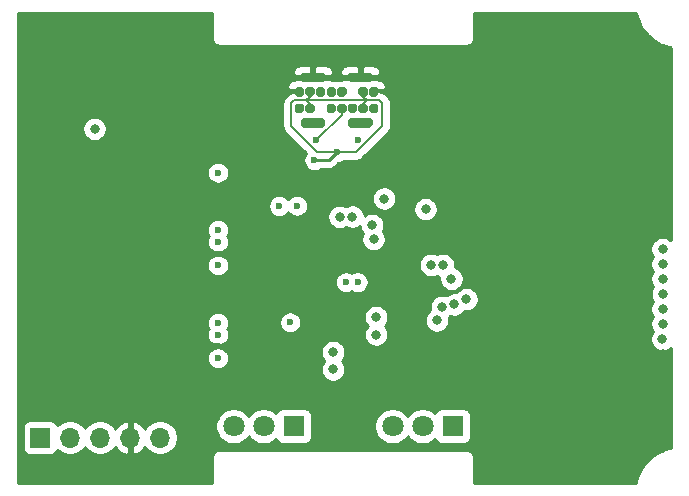
<source format=gbr>
%TF.GenerationSoftware,KiCad,Pcbnew,5.1.8-db9833491~87~ubuntu20.04.1*%
%TF.CreationDate,2020-11-05T18:08:50+01:00*%
%TF.ProjectId,rosalyn-tx,726f7361-6c79-46e2-9d74-782e6b696361,v1.0*%
%TF.SameCoordinates,Original*%
%TF.FileFunction,Copper,L2,Inr*%
%TF.FilePolarity,Positive*%
%FSLAX46Y46*%
G04 Gerber Fmt 4.6, Leading zero omitted, Abs format (unit mm)*
G04 Created by KiCad (PCBNEW 5.1.8-db9833491~87~ubuntu20.04.1) date 2020-11-05 18:08:50*
%MOMM*%
%LPD*%
G01*
G04 APERTURE LIST*
%TA.AperFunction,ComponentPad*%
%ADD10R,1.700000X1.700000*%
%TD*%
%TA.AperFunction,ComponentPad*%
%ADD11O,1.700000X1.700000*%
%TD*%
%TA.AperFunction,ComponentPad*%
%ADD12C,1.800000*%
%TD*%
%TA.AperFunction,ComponentPad*%
%ADD13R,1.800000X1.800000*%
%TD*%
%TA.AperFunction,ViaPad*%
%ADD14C,0.800000*%
%TD*%
%TA.AperFunction,ViaPad*%
%ADD15C,0.600000*%
%TD*%
%TA.AperFunction,Conductor*%
%ADD16C,0.200000*%
%TD*%
%TA.AperFunction,Conductor*%
%ADD17C,0.250000*%
%TD*%
%TA.AperFunction,Conductor*%
%ADD18C,0.254000*%
%TD*%
%TA.AperFunction,Conductor*%
%ADD19C,0.100000*%
%TD*%
G04 APERTURE END LIST*
%TO.N,GND*%
%TO.C,J1*%
%TA.AperFunction,ComponentPad*%
G36*
G01*
X144590000Y-49630000D02*
X144590000Y-49230000D01*
G75*
G02*
X144790000Y-49030000I200000J0D01*
G01*
X146490000Y-49030000D01*
G75*
G02*
X146690000Y-49230000I0J-200000D01*
G01*
X146690000Y-49630000D01*
G75*
G02*
X146490000Y-49830000I-200000J0D01*
G01*
X144790000Y-49830000D01*
G75*
G02*
X144590000Y-49630000I0J200000D01*
G01*
G37*
%TD.AperFunction*%
%TA.AperFunction,ComponentPad*%
G36*
G01*
X148590000Y-49630000D02*
X148590000Y-49230000D01*
G75*
G02*
X148790000Y-49030000I200000J0D01*
G01*
X150490000Y-49030000D01*
G75*
G02*
X150690000Y-49230000I0J-200000D01*
G01*
X150690000Y-49630000D01*
G75*
G02*
X150490000Y-49830000I-200000J0D01*
G01*
X148790000Y-49830000D01*
G75*
G02*
X148590000Y-49630000I0J200000D01*
G01*
G37*
%TD.AperFunction*%
%TA.AperFunction,ComponentPad*%
G36*
G01*
X148590000Y-45770000D02*
X148590000Y-45370000D01*
G75*
G02*
X148790000Y-45170000I200000J0D01*
G01*
X150490000Y-45170000D01*
G75*
G02*
X150690000Y-45370000I0J-200000D01*
G01*
X150690000Y-45770000D01*
G75*
G02*
X150490000Y-45970000I-200000J0D01*
G01*
X148790000Y-45970000D01*
G75*
G02*
X148590000Y-45770000I0J200000D01*
G01*
G37*
%TD.AperFunction*%
%TA.AperFunction,ComponentPad*%
G36*
G01*
X144590000Y-45770000D02*
X144590000Y-45370000D01*
G75*
G02*
X144790000Y-45170000I200000J0D01*
G01*
X146490000Y-45170000D01*
G75*
G02*
X146690000Y-45370000I0J-200000D01*
G01*
X146690000Y-45770000D01*
G75*
G02*
X146490000Y-45970000I-200000J0D01*
G01*
X144790000Y-45970000D01*
G75*
G02*
X144590000Y-45770000I0J200000D01*
G01*
G37*
%TD.AperFunction*%
%TA.AperFunction,ComponentPad*%
G36*
G01*
X150390000Y-47000000D02*
X150390000Y-46600000D01*
G75*
G02*
X150590000Y-46400000I200000J0D01*
G01*
X150990000Y-46400000D01*
G75*
G02*
X151190000Y-46600000I0J-200000D01*
G01*
X151190000Y-47000000D01*
G75*
G02*
X150990000Y-47200000I-200000J0D01*
G01*
X150590000Y-47200000D01*
G75*
G02*
X150390000Y-47000000I0J200000D01*
G01*
G37*
%TD.AperFunction*%
%TO.N,vcc_usb*%
%TA.AperFunction,ComponentPad*%
G36*
G01*
X149490000Y-47000000D02*
X149490000Y-46600000D01*
G75*
G02*
X149690000Y-46400000I200000J0D01*
G01*
X150090000Y-46400000D01*
G75*
G02*
X150290000Y-46600000I0J-200000D01*
G01*
X150290000Y-47000000D01*
G75*
G02*
X150090000Y-47200000I-200000J0D01*
G01*
X149690000Y-47200000D01*
G75*
G02*
X149490000Y-47000000I0J200000D01*
G01*
G37*
%TD.AperFunction*%
%TO.N,usb_N*%
%TA.AperFunction,ComponentPad*%
G36*
G01*
X147690000Y-47000000D02*
X147690000Y-46600000D01*
G75*
G02*
X147890000Y-46400000I200000J0D01*
G01*
X148290000Y-46400000D01*
G75*
G02*
X148490000Y-46600000I0J-200000D01*
G01*
X148490000Y-47000000D01*
G75*
G02*
X148290000Y-47200000I-200000J0D01*
G01*
X147890000Y-47200000D01*
G75*
G02*
X147690000Y-47000000I0J200000D01*
G01*
G37*
%TD.AperFunction*%
%TO.N,usb_P*%
%TA.AperFunction,ComponentPad*%
G36*
G01*
X146790000Y-47000000D02*
X146790000Y-46600000D01*
G75*
G02*
X146990000Y-46400000I200000J0D01*
G01*
X147390000Y-46400000D01*
G75*
G02*
X147590000Y-46600000I0J-200000D01*
G01*
X147590000Y-47000000D01*
G75*
G02*
X147390000Y-47200000I-200000J0D01*
G01*
X146990000Y-47200000D01*
G75*
G02*
X146790000Y-47000000I0J200000D01*
G01*
G37*
%TD.AperFunction*%
%TO.N,Net-(J1-PadA5)*%
%TA.AperFunction,ComponentPad*%
G36*
G01*
X145890000Y-47000000D02*
X145890000Y-46600000D01*
G75*
G02*
X146090000Y-46400000I200000J0D01*
G01*
X146490000Y-46400000D01*
G75*
G02*
X146690000Y-46600000I0J-200000D01*
G01*
X146690000Y-47000000D01*
G75*
G02*
X146490000Y-47200000I-200000J0D01*
G01*
X146090000Y-47200000D01*
G75*
G02*
X145890000Y-47000000I0J200000D01*
G01*
G37*
%TD.AperFunction*%
%TO.N,vcc_usb*%
%TA.AperFunction,ComponentPad*%
G36*
G01*
X144990000Y-47000000D02*
X144990000Y-46600000D01*
G75*
G02*
X145190000Y-46400000I200000J0D01*
G01*
X145590000Y-46400000D01*
G75*
G02*
X145790000Y-46600000I0J-200000D01*
G01*
X145790000Y-47000000D01*
G75*
G02*
X145590000Y-47200000I-200000J0D01*
G01*
X145190000Y-47200000D01*
G75*
G02*
X144990000Y-47000000I0J200000D01*
G01*
G37*
%TD.AperFunction*%
%TO.N,GND*%
%TA.AperFunction,ComponentPad*%
G36*
G01*
X144090000Y-47000000D02*
X144090000Y-46600000D01*
G75*
G02*
X144290000Y-46400000I200000J0D01*
G01*
X144690000Y-46400000D01*
G75*
G02*
X144890000Y-46600000I0J-200000D01*
G01*
X144890000Y-47000000D01*
G75*
G02*
X144690000Y-47200000I-200000J0D01*
G01*
X144290000Y-47200000D01*
G75*
G02*
X144090000Y-47000000I0J200000D01*
G01*
G37*
%TD.AperFunction*%
%TA.AperFunction,ComponentPad*%
G36*
G01*
X144090000Y-48400000D02*
X144090000Y-48000000D01*
G75*
G02*
X144290000Y-47800000I200000J0D01*
G01*
X144690000Y-47800000D01*
G75*
G02*
X144890000Y-48000000I0J-200000D01*
G01*
X144890000Y-48400000D01*
G75*
G02*
X144690000Y-48600000I-200000J0D01*
G01*
X144290000Y-48600000D01*
G75*
G02*
X144090000Y-48400000I0J200000D01*
G01*
G37*
%TD.AperFunction*%
%TO.N,vcc_usb*%
%TA.AperFunction,ComponentPad*%
G36*
G01*
X144990000Y-48400000D02*
X144990000Y-48000000D01*
G75*
G02*
X145190000Y-47800000I200000J0D01*
G01*
X145590000Y-47800000D01*
G75*
G02*
X145790000Y-48000000I0J-200000D01*
G01*
X145790000Y-48400000D01*
G75*
G02*
X145590000Y-48600000I-200000J0D01*
G01*
X145190000Y-48600000D01*
G75*
G02*
X144990000Y-48400000I0J200000D01*
G01*
G37*
%TD.AperFunction*%
%TO.N,usb_N*%
%TA.AperFunction,ComponentPad*%
G36*
G01*
X146790000Y-48400000D02*
X146790000Y-48000000D01*
G75*
G02*
X146990000Y-47800000I200000J0D01*
G01*
X147390000Y-47800000D01*
G75*
G02*
X147590000Y-48000000I0J-200000D01*
G01*
X147590000Y-48400000D01*
G75*
G02*
X147390000Y-48600000I-200000J0D01*
G01*
X146990000Y-48600000D01*
G75*
G02*
X146790000Y-48400000I0J200000D01*
G01*
G37*
%TD.AperFunction*%
%TO.N,GND*%
%TA.AperFunction,ComponentPad*%
G36*
G01*
X150390000Y-48400000D02*
X150390000Y-48000000D01*
G75*
G02*
X150590000Y-47800000I200000J0D01*
G01*
X150990000Y-47800000D01*
G75*
G02*
X151190000Y-48000000I0J-200000D01*
G01*
X151190000Y-48400000D01*
G75*
G02*
X150990000Y-48600000I-200000J0D01*
G01*
X150590000Y-48600000D01*
G75*
G02*
X150390000Y-48400000I0J200000D01*
G01*
G37*
%TD.AperFunction*%
%TO.N,vcc_usb*%
%TA.AperFunction,ComponentPad*%
G36*
G01*
X149490000Y-48400000D02*
X149490000Y-48000000D01*
G75*
G02*
X149690000Y-47800000I200000J0D01*
G01*
X150090000Y-47800000D01*
G75*
G02*
X150290000Y-48000000I0J-200000D01*
G01*
X150290000Y-48400000D01*
G75*
G02*
X150090000Y-48600000I-200000J0D01*
G01*
X149690000Y-48600000D01*
G75*
G02*
X149490000Y-48400000I0J200000D01*
G01*
G37*
%TD.AperFunction*%
%TO.N,Net-(J1-PadB5)*%
%TA.AperFunction,ComponentPad*%
G36*
G01*
X148590000Y-48400000D02*
X148590000Y-48000000D01*
G75*
G02*
X148790000Y-47800000I200000J0D01*
G01*
X149190000Y-47800000D01*
G75*
G02*
X149390000Y-48000000I0J-200000D01*
G01*
X149390000Y-48400000D01*
G75*
G02*
X149190000Y-48600000I-200000J0D01*
G01*
X148790000Y-48600000D01*
G75*
G02*
X148590000Y-48400000I0J200000D01*
G01*
G37*
%TD.AperFunction*%
%TO.N,usb_P*%
%TA.AperFunction,ComponentPad*%
G36*
G01*
X147690000Y-48400000D02*
X147690000Y-48000000D01*
G75*
G02*
X147890000Y-47800000I200000J0D01*
G01*
X148290000Y-47800000D01*
G75*
G02*
X148490000Y-48000000I0J-200000D01*
G01*
X148490000Y-48400000D01*
G75*
G02*
X148290000Y-48600000I-200000J0D01*
G01*
X147890000Y-48600000D01*
G75*
G02*
X147690000Y-48400000I0J200000D01*
G01*
G37*
%TD.AperFunction*%
%TD*%
D10*
%TO.N,uart3_tx*%
%TO.C,J3*%
X122540000Y-76070000D03*
D11*
%TO.N,N/C*%
X125080000Y-76070000D03*
%TO.N,vcc_tng9x*%
X127620000Y-76070000D03*
%TO.N,GND*%
X130160000Y-76070000D03*
%TO.N,uart3_rx*%
X132700000Y-76070000D03*
%TD*%
D12*
%TO.N,Net-(D3-Pad3)*%
%TO.C,D3*%
X138920000Y-75100000D03*
%TO.N,+3V3*%
X141460000Y-75100000D03*
D13*
%TO.N,Net-(D3-Pad1)*%
X144000000Y-75100000D03*
%TD*%
%TO.N,Net-(D4-Pad1)*%
%TO.C,D4*%
X157460000Y-75100000D03*
D12*
%TO.N,+3V3*%
X154920000Y-75100000D03*
%TO.N,Net-(D4-Pad3)*%
X152380000Y-75100000D03*
%TD*%
D14*
%TO.N,GND*%
X159550000Y-68990000D03*
X175250000Y-69000000D03*
X175250000Y-54540000D03*
X175260000Y-52010000D03*
X159550000Y-52000000D03*
X159550000Y-53260000D03*
X159550000Y-54540000D03*
X159550000Y-60110000D03*
X155139998Y-58270000D03*
X150990000Y-68830000D03*
X125970000Y-57310000D03*
X124376312Y-50017943D03*
X147340000Y-65880000D03*
X159570000Y-61370002D03*
X142200000Y-49320000D03*
X153100000Y-49320000D03*
D15*
X142160000Y-66330000D03*
X144270000Y-53000000D03*
D14*
X156140000Y-68050000D03*
D15*
X137600000Y-52650000D03*
X137600000Y-60500000D03*
X137600000Y-68350000D03*
X126790000Y-70310000D03*
X123940000Y-63320000D03*
D14*
X128410000Y-69540000D03*
D15*
X142770000Y-53000000D03*
X142560000Y-62710000D03*
D14*
X150969529Y-70260153D03*
X147349988Y-67349988D03*
D15*
X147660000Y-54130000D03*
D14*
%TO.N,+3V3*%
X150990000Y-65880000D03*
X155170000Y-56740000D03*
D15*
X143720000Y-66320000D03*
X144290000Y-56450000D03*
D14*
X156130000Y-66150000D03*
X127149996Y-49940000D03*
D15*
X137600000Y-53640000D03*
X137600000Y-61490000D03*
X137600000Y-69350000D03*
D14*
X151000000Y-67350000D03*
D15*
X142780000Y-56460000D03*
%TO.N,vcc_usb*%
X147650000Y-51930000D03*
X145769998Y-52570000D03*
D14*
%TO.N,e22_nrst*%
X175249998Y-65190000D03*
X158627341Y-64344979D03*
%TO.N,e22_busy*%
X175250000Y-66450000D03*
X157614181Y-64794990D03*
%TO.N,uart1_rx*%
X147890000Y-57380000D03*
D15*
X137600000Y-58500000D03*
D14*
%TO.N,uart1_tx*%
X148980000Y-57370000D03*
D15*
X137600000Y-59500000D03*
D14*
%TO.N,e22_dio1*%
X175230000Y-67730000D03*
X156587020Y-65012978D03*
%TO.N,spi1_sck*%
X175250000Y-61380000D03*
X156645351Y-61470000D03*
%TO.N,spi1_miso*%
X155644231Y-61445801D03*
X175260000Y-63922341D03*
%TO.N,spi1_mosi*%
X175240589Y-62638060D03*
X157370361Y-62639962D03*
%TO.N,uart3_rx*%
X150650000Y-58090000D03*
D15*
X137600000Y-66350000D03*
D14*
%TO.N,uart3_tx*%
X150770000Y-59280000D03*
D15*
X137600000Y-67350000D03*
D14*
%TO.N,Net-(R7-Pad1)*%
X147340000Y-70300000D03*
D15*
X149430000Y-62910000D03*
%TO.N,Net-(C5-Pad1)*%
X148430000Y-62910000D03*
D14*
X147340000Y-68830000D03*
D15*
%TO.N,usb_N*%
X149420000Y-50900000D03*
%TO.N,usb_P*%
X145880000Y-50900000D03*
D14*
%TO.N,e22_nss*%
X175250000Y-60110000D03*
X151672502Y-55837500D03*
%TD*%
D16*
%TO.N,vcc_usb*%
X145390000Y-47200000D02*
X145090000Y-47500000D01*
X145390000Y-46800000D02*
X145390000Y-47200000D01*
X145390000Y-47800000D02*
X145090000Y-47500000D01*
X145390000Y-48200000D02*
X145390000Y-47800000D01*
X149278002Y-51930000D02*
X147650000Y-51930000D01*
X151490010Y-49717992D02*
X149278002Y-51930000D01*
X151490010Y-47720010D02*
X151490010Y-49717992D01*
X151270000Y-47500000D02*
X151490010Y-47720010D01*
X150190000Y-47500000D02*
X151270000Y-47500000D01*
X149890000Y-47200000D02*
X150190000Y-47500000D01*
X149890000Y-46800000D02*
X149890000Y-47200000D01*
X150180000Y-47500000D02*
X151270000Y-47500000D01*
X149890000Y-47790000D02*
X150180000Y-47500000D01*
X149890000Y-48200000D02*
X149890000Y-47790000D01*
X143789990Y-49697992D02*
X146021998Y-51930000D01*
X143789990Y-47780010D02*
X143789990Y-49697992D01*
X146021998Y-51930000D02*
X147650000Y-51930000D01*
X144070000Y-47500000D02*
X143789990Y-47780010D01*
X145090000Y-47500000D02*
X144070000Y-47500000D01*
X145090000Y-47500000D02*
X147640000Y-47500000D01*
X150180000Y-47500000D02*
X147640000Y-47500000D01*
D17*
X147650000Y-51930000D02*
X147010000Y-52570000D01*
X147010000Y-52570000D02*
X145769998Y-52570000D01*
D16*
%TO.N,usb_P*%
X145927122Y-50900000D02*
X145880000Y-50900000D01*
X148090000Y-48737122D02*
X145927122Y-50900000D01*
X148090000Y-48200000D02*
X148090000Y-48737122D01*
%TD*%
D18*
%TO.N,GND*%
X137090001Y-42217571D02*
X137086807Y-42250000D01*
X137099550Y-42379383D01*
X137137290Y-42503793D01*
X137198575Y-42618450D01*
X137281052Y-42718948D01*
X137381550Y-42801425D01*
X137496207Y-42862710D01*
X137620617Y-42900450D01*
X137717581Y-42910000D01*
X137750000Y-42913193D01*
X137782419Y-42910000D01*
X158567581Y-42910000D01*
X158600000Y-42913193D01*
X158632419Y-42910000D01*
X158729383Y-42900450D01*
X158853793Y-42862710D01*
X158968450Y-42801425D01*
X159068948Y-42718948D01*
X159151425Y-42618450D01*
X159212710Y-42503793D01*
X159250450Y-42379383D01*
X159263193Y-42250000D01*
X159260000Y-42217581D01*
X159260000Y-40110000D01*
X173003604Y-40110000D01*
X173004889Y-40122222D01*
X173016921Y-40180832D01*
X173028127Y-40239580D01*
X173030791Y-40248402D01*
X173203928Y-40807715D01*
X173227098Y-40862833D01*
X173249516Y-40918322D01*
X173253843Y-40926458D01*
X173532319Y-41441490D01*
X173565757Y-41491064D01*
X173598524Y-41541138D01*
X173604348Y-41548279D01*
X173977558Y-41999412D01*
X174020029Y-42041588D01*
X174061857Y-42084301D01*
X174068957Y-42090175D01*
X174522686Y-42460227D01*
X174572494Y-42493320D01*
X174621868Y-42527127D01*
X174629974Y-42531510D01*
X175146939Y-42806384D01*
X175202251Y-42829182D01*
X175257225Y-42852744D01*
X175266028Y-42855469D01*
X175826536Y-43024696D01*
X175885224Y-43036316D01*
X175940000Y-43047960D01*
X175940000Y-59336289D01*
X175909774Y-59306063D01*
X175740256Y-59192795D01*
X175551898Y-59114774D01*
X175351939Y-59075000D01*
X175148061Y-59075000D01*
X174948102Y-59114774D01*
X174759744Y-59192795D01*
X174590226Y-59306063D01*
X174446063Y-59450226D01*
X174332795Y-59619744D01*
X174254774Y-59808102D01*
X174215000Y-60008061D01*
X174215000Y-60211939D01*
X174254774Y-60411898D01*
X174332795Y-60600256D01*
X174429510Y-60745000D01*
X174332795Y-60889744D01*
X174254774Y-61078102D01*
X174215000Y-61278061D01*
X174215000Y-61481939D01*
X174254774Y-61681898D01*
X174332795Y-61870256D01*
X174420815Y-62001988D01*
X174323384Y-62147804D01*
X174245363Y-62336162D01*
X174205589Y-62536121D01*
X174205589Y-62739999D01*
X174245363Y-62939958D01*
X174323384Y-63128316D01*
X174434575Y-63294726D01*
X174342795Y-63432085D01*
X174264774Y-63620443D01*
X174225000Y-63820402D01*
X174225000Y-64024280D01*
X174264774Y-64224239D01*
X174342795Y-64412597D01*
X174433726Y-64548686D01*
X174332793Y-64699744D01*
X174254772Y-64888102D01*
X174214998Y-65088061D01*
X174214998Y-65291939D01*
X174254772Y-65491898D01*
X174332793Y-65680256D01*
X174426168Y-65820001D01*
X174332795Y-65959744D01*
X174254774Y-66148102D01*
X174215000Y-66348061D01*
X174215000Y-66551939D01*
X174254774Y-66751898D01*
X174332795Y-66940256D01*
X174422850Y-67075034D01*
X174312795Y-67239744D01*
X174234774Y-67428102D01*
X174195000Y-67628061D01*
X174195000Y-67831939D01*
X174234774Y-68031898D01*
X174312795Y-68220256D01*
X174426063Y-68389774D01*
X174570226Y-68533937D01*
X174739744Y-68647205D01*
X174928102Y-68725226D01*
X175128061Y-68765000D01*
X175331939Y-68765000D01*
X175531898Y-68725226D01*
X175720256Y-68647205D01*
X175889774Y-68533937D01*
X175940001Y-68483710D01*
X175940001Y-76953605D01*
X175927777Y-76954890D01*
X175869191Y-76966916D01*
X175810420Y-76978127D01*
X175801598Y-76980790D01*
X175242285Y-77153928D01*
X175187167Y-77177098D01*
X175131678Y-77199516D01*
X175123542Y-77203843D01*
X174608510Y-77482319D01*
X174558936Y-77515757D01*
X174508862Y-77548524D01*
X174501721Y-77554348D01*
X174050588Y-77927558D01*
X174008431Y-77970010D01*
X173965699Y-78011856D01*
X173959825Y-78018957D01*
X173589773Y-78472685D01*
X173556679Y-78522496D01*
X173522873Y-78571868D01*
X173518490Y-78579974D01*
X173243616Y-79096938D01*
X173220812Y-79152265D01*
X173197256Y-79207225D01*
X173194531Y-79216029D01*
X173025304Y-79776536D01*
X173013682Y-79835231D01*
X173002040Y-79890000D01*
X159260000Y-79890000D01*
X159260000Y-77782419D01*
X159263193Y-77750000D01*
X159250450Y-77620617D01*
X159212710Y-77496207D01*
X159151425Y-77381550D01*
X159068948Y-77281052D01*
X158968450Y-77198575D01*
X158853793Y-77137290D01*
X158729383Y-77099550D01*
X158632419Y-77090000D01*
X158600000Y-77086807D01*
X158567581Y-77090000D01*
X137782419Y-77090000D01*
X137750000Y-77086807D01*
X137717581Y-77090000D01*
X137620617Y-77099550D01*
X137496207Y-77137290D01*
X137381550Y-77198575D01*
X137281052Y-77281052D01*
X137198575Y-77381550D01*
X137137290Y-77496207D01*
X137099550Y-77620617D01*
X137086807Y-77750000D01*
X137090001Y-77782429D01*
X137090000Y-79890000D01*
X120660000Y-79890000D01*
X120660000Y-75220000D01*
X121051928Y-75220000D01*
X121051928Y-76920000D01*
X121064188Y-77044482D01*
X121100498Y-77164180D01*
X121159463Y-77274494D01*
X121238815Y-77371185D01*
X121335506Y-77450537D01*
X121445820Y-77509502D01*
X121565518Y-77545812D01*
X121690000Y-77558072D01*
X123390000Y-77558072D01*
X123514482Y-77545812D01*
X123634180Y-77509502D01*
X123744494Y-77450537D01*
X123841185Y-77371185D01*
X123920537Y-77274494D01*
X123979502Y-77164180D01*
X124001513Y-77091620D01*
X124133368Y-77223475D01*
X124376589Y-77385990D01*
X124646842Y-77497932D01*
X124933740Y-77555000D01*
X125226260Y-77555000D01*
X125513158Y-77497932D01*
X125783411Y-77385990D01*
X126026632Y-77223475D01*
X126233475Y-77016632D01*
X126350000Y-76842240D01*
X126466525Y-77016632D01*
X126673368Y-77223475D01*
X126916589Y-77385990D01*
X127186842Y-77497932D01*
X127473740Y-77555000D01*
X127766260Y-77555000D01*
X128053158Y-77497932D01*
X128323411Y-77385990D01*
X128566632Y-77223475D01*
X128773475Y-77016632D01*
X128895195Y-76834466D01*
X128964822Y-76951355D01*
X129159731Y-77167588D01*
X129393080Y-77341641D01*
X129655901Y-77466825D01*
X129803110Y-77511476D01*
X130033000Y-77390155D01*
X130033000Y-76197000D01*
X130013000Y-76197000D01*
X130013000Y-75943000D01*
X130033000Y-75943000D01*
X130033000Y-74749845D01*
X130287000Y-74749845D01*
X130287000Y-75943000D01*
X130307000Y-75943000D01*
X130307000Y-76197000D01*
X130287000Y-76197000D01*
X130287000Y-77390155D01*
X130516890Y-77511476D01*
X130664099Y-77466825D01*
X130926920Y-77341641D01*
X131160269Y-77167588D01*
X131355178Y-76951355D01*
X131424805Y-76834466D01*
X131546525Y-77016632D01*
X131753368Y-77223475D01*
X131996589Y-77385990D01*
X132266842Y-77497932D01*
X132553740Y-77555000D01*
X132846260Y-77555000D01*
X133133158Y-77497932D01*
X133403411Y-77385990D01*
X133646632Y-77223475D01*
X133853475Y-77016632D01*
X134015990Y-76773411D01*
X134127932Y-76503158D01*
X134185000Y-76216260D01*
X134185000Y-75923740D01*
X134127932Y-75636842D01*
X134015990Y-75366589D01*
X133853475Y-75123368D01*
X133678923Y-74948816D01*
X137385000Y-74948816D01*
X137385000Y-75251184D01*
X137443989Y-75547743D01*
X137559701Y-75827095D01*
X137727688Y-76078505D01*
X137941495Y-76292312D01*
X138192905Y-76460299D01*
X138472257Y-76576011D01*
X138768816Y-76635000D01*
X139071184Y-76635000D01*
X139367743Y-76576011D01*
X139647095Y-76460299D01*
X139898505Y-76292312D01*
X140112312Y-76078505D01*
X140190000Y-75962237D01*
X140267688Y-76078505D01*
X140481495Y-76292312D01*
X140732905Y-76460299D01*
X141012257Y-76576011D01*
X141308816Y-76635000D01*
X141611184Y-76635000D01*
X141907743Y-76576011D01*
X142187095Y-76460299D01*
X142438505Y-76292312D01*
X142504944Y-76225873D01*
X142510498Y-76244180D01*
X142569463Y-76354494D01*
X142648815Y-76451185D01*
X142745506Y-76530537D01*
X142855820Y-76589502D01*
X142975518Y-76625812D01*
X143100000Y-76638072D01*
X144900000Y-76638072D01*
X145024482Y-76625812D01*
X145144180Y-76589502D01*
X145254494Y-76530537D01*
X145351185Y-76451185D01*
X145430537Y-76354494D01*
X145489502Y-76244180D01*
X145525812Y-76124482D01*
X145538072Y-76000000D01*
X145538072Y-74948816D01*
X150845000Y-74948816D01*
X150845000Y-75251184D01*
X150903989Y-75547743D01*
X151019701Y-75827095D01*
X151187688Y-76078505D01*
X151401495Y-76292312D01*
X151652905Y-76460299D01*
X151932257Y-76576011D01*
X152228816Y-76635000D01*
X152531184Y-76635000D01*
X152827743Y-76576011D01*
X153107095Y-76460299D01*
X153358505Y-76292312D01*
X153572312Y-76078505D01*
X153650000Y-75962237D01*
X153727688Y-76078505D01*
X153941495Y-76292312D01*
X154192905Y-76460299D01*
X154472257Y-76576011D01*
X154768816Y-76635000D01*
X155071184Y-76635000D01*
X155367743Y-76576011D01*
X155647095Y-76460299D01*
X155898505Y-76292312D01*
X155964944Y-76225873D01*
X155970498Y-76244180D01*
X156029463Y-76354494D01*
X156108815Y-76451185D01*
X156205506Y-76530537D01*
X156315820Y-76589502D01*
X156435518Y-76625812D01*
X156560000Y-76638072D01*
X158360000Y-76638072D01*
X158484482Y-76625812D01*
X158604180Y-76589502D01*
X158714494Y-76530537D01*
X158811185Y-76451185D01*
X158890537Y-76354494D01*
X158949502Y-76244180D01*
X158985812Y-76124482D01*
X158998072Y-76000000D01*
X158998072Y-74200000D01*
X158985812Y-74075518D01*
X158949502Y-73955820D01*
X158890537Y-73845506D01*
X158811185Y-73748815D01*
X158714494Y-73669463D01*
X158604180Y-73610498D01*
X158484482Y-73574188D01*
X158360000Y-73561928D01*
X156560000Y-73561928D01*
X156435518Y-73574188D01*
X156315820Y-73610498D01*
X156205506Y-73669463D01*
X156108815Y-73748815D01*
X156029463Y-73845506D01*
X155970498Y-73955820D01*
X155964944Y-73974127D01*
X155898505Y-73907688D01*
X155647095Y-73739701D01*
X155367743Y-73623989D01*
X155071184Y-73565000D01*
X154768816Y-73565000D01*
X154472257Y-73623989D01*
X154192905Y-73739701D01*
X153941495Y-73907688D01*
X153727688Y-74121495D01*
X153650000Y-74237763D01*
X153572312Y-74121495D01*
X153358505Y-73907688D01*
X153107095Y-73739701D01*
X152827743Y-73623989D01*
X152531184Y-73565000D01*
X152228816Y-73565000D01*
X151932257Y-73623989D01*
X151652905Y-73739701D01*
X151401495Y-73907688D01*
X151187688Y-74121495D01*
X151019701Y-74372905D01*
X150903989Y-74652257D01*
X150845000Y-74948816D01*
X145538072Y-74948816D01*
X145538072Y-74200000D01*
X145525812Y-74075518D01*
X145489502Y-73955820D01*
X145430537Y-73845506D01*
X145351185Y-73748815D01*
X145254494Y-73669463D01*
X145144180Y-73610498D01*
X145024482Y-73574188D01*
X144900000Y-73561928D01*
X143100000Y-73561928D01*
X142975518Y-73574188D01*
X142855820Y-73610498D01*
X142745506Y-73669463D01*
X142648815Y-73748815D01*
X142569463Y-73845506D01*
X142510498Y-73955820D01*
X142504944Y-73974127D01*
X142438505Y-73907688D01*
X142187095Y-73739701D01*
X141907743Y-73623989D01*
X141611184Y-73565000D01*
X141308816Y-73565000D01*
X141012257Y-73623989D01*
X140732905Y-73739701D01*
X140481495Y-73907688D01*
X140267688Y-74121495D01*
X140190000Y-74237763D01*
X140112312Y-74121495D01*
X139898505Y-73907688D01*
X139647095Y-73739701D01*
X139367743Y-73623989D01*
X139071184Y-73565000D01*
X138768816Y-73565000D01*
X138472257Y-73623989D01*
X138192905Y-73739701D01*
X137941495Y-73907688D01*
X137727688Y-74121495D01*
X137559701Y-74372905D01*
X137443989Y-74652257D01*
X137385000Y-74948816D01*
X133678923Y-74948816D01*
X133646632Y-74916525D01*
X133403411Y-74754010D01*
X133133158Y-74642068D01*
X132846260Y-74585000D01*
X132553740Y-74585000D01*
X132266842Y-74642068D01*
X131996589Y-74754010D01*
X131753368Y-74916525D01*
X131546525Y-75123368D01*
X131424805Y-75305534D01*
X131355178Y-75188645D01*
X131160269Y-74972412D01*
X130926920Y-74798359D01*
X130664099Y-74673175D01*
X130516890Y-74628524D01*
X130287000Y-74749845D01*
X130033000Y-74749845D01*
X129803110Y-74628524D01*
X129655901Y-74673175D01*
X129393080Y-74798359D01*
X129159731Y-74972412D01*
X128964822Y-75188645D01*
X128895195Y-75305534D01*
X128773475Y-75123368D01*
X128566632Y-74916525D01*
X128323411Y-74754010D01*
X128053158Y-74642068D01*
X127766260Y-74585000D01*
X127473740Y-74585000D01*
X127186842Y-74642068D01*
X126916589Y-74754010D01*
X126673368Y-74916525D01*
X126466525Y-75123368D01*
X126350000Y-75297760D01*
X126233475Y-75123368D01*
X126026632Y-74916525D01*
X125783411Y-74754010D01*
X125513158Y-74642068D01*
X125226260Y-74585000D01*
X124933740Y-74585000D01*
X124646842Y-74642068D01*
X124376589Y-74754010D01*
X124133368Y-74916525D01*
X124001513Y-75048380D01*
X123979502Y-74975820D01*
X123920537Y-74865506D01*
X123841185Y-74768815D01*
X123744494Y-74689463D01*
X123634180Y-74630498D01*
X123514482Y-74594188D01*
X123390000Y-74581928D01*
X121690000Y-74581928D01*
X121565518Y-74594188D01*
X121445820Y-74630498D01*
X121335506Y-74689463D01*
X121238815Y-74768815D01*
X121159463Y-74865506D01*
X121100498Y-74975820D01*
X121064188Y-75095518D01*
X121051928Y-75220000D01*
X120660000Y-75220000D01*
X120660000Y-69257911D01*
X136665000Y-69257911D01*
X136665000Y-69442089D01*
X136700932Y-69622729D01*
X136771414Y-69792889D01*
X136873738Y-69946028D01*
X137003972Y-70076262D01*
X137157111Y-70178586D01*
X137327271Y-70249068D01*
X137507911Y-70285000D01*
X137692089Y-70285000D01*
X137872729Y-70249068D01*
X138042889Y-70178586D01*
X138196028Y-70076262D01*
X138326262Y-69946028D01*
X138428586Y-69792889D01*
X138499068Y-69622729D01*
X138535000Y-69442089D01*
X138535000Y-69257911D01*
X138499068Y-69077271D01*
X138428586Y-68907111D01*
X138326262Y-68753972D01*
X138300351Y-68728061D01*
X146305000Y-68728061D01*
X146305000Y-68931939D01*
X146344774Y-69131898D01*
X146422795Y-69320256D01*
X146536063Y-69489774D01*
X146611289Y-69565000D01*
X146536063Y-69640226D01*
X146422795Y-69809744D01*
X146344774Y-69998102D01*
X146305000Y-70198061D01*
X146305000Y-70401939D01*
X146344774Y-70601898D01*
X146422795Y-70790256D01*
X146536063Y-70959774D01*
X146680226Y-71103937D01*
X146849744Y-71217205D01*
X147038102Y-71295226D01*
X147238061Y-71335000D01*
X147441939Y-71335000D01*
X147641898Y-71295226D01*
X147830256Y-71217205D01*
X147999774Y-71103937D01*
X148143937Y-70959774D01*
X148257205Y-70790256D01*
X148335226Y-70601898D01*
X148375000Y-70401939D01*
X148375000Y-70198061D01*
X148335226Y-69998102D01*
X148257205Y-69809744D01*
X148143937Y-69640226D01*
X148068711Y-69565000D01*
X148143937Y-69489774D01*
X148257205Y-69320256D01*
X148335226Y-69131898D01*
X148375000Y-68931939D01*
X148375000Y-68728061D01*
X148335226Y-68528102D01*
X148257205Y-68339744D01*
X148143937Y-68170226D01*
X147999774Y-68026063D01*
X147830256Y-67912795D01*
X147641898Y-67834774D01*
X147441939Y-67795000D01*
X147238061Y-67795000D01*
X147038102Y-67834774D01*
X146849744Y-67912795D01*
X146680226Y-68026063D01*
X146536063Y-68170226D01*
X146422795Y-68339744D01*
X146344774Y-68528102D01*
X146305000Y-68728061D01*
X138300351Y-68728061D01*
X138196028Y-68623738D01*
X138042889Y-68521414D01*
X137872729Y-68450932D01*
X137692089Y-68415000D01*
X137507911Y-68415000D01*
X137327271Y-68450932D01*
X137157111Y-68521414D01*
X137003972Y-68623738D01*
X136873738Y-68753972D01*
X136771414Y-68907111D01*
X136700932Y-69077271D01*
X136665000Y-69257911D01*
X120660000Y-69257911D01*
X120660000Y-66257911D01*
X136665000Y-66257911D01*
X136665000Y-66442089D01*
X136700932Y-66622729D01*
X136771414Y-66792889D01*
X136809574Y-66850000D01*
X136771414Y-66907111D01*
X136700932Y-67077271D01*
X136665000Y-67257911D01*
X136665000Y-67442089D01*
X136700932Y-67622729D01*
X136771414Y-67792889D01*
X136873738Y-67946028D01*
X137003972Y-68076262D01*
X137157111Y-68178586D01*
X137327271Y-68249068D01*
X137507911Y-68285000D01*
X137692089Y-68285000D01*
X137872729Y-68249068D01*
X138042889Y-68178586D01*
X138196028Y-68076262D01*
X138326262Y-67946028D01*
X138428586Y-67792889D01*
X138499068Y-67622729D01*
X138535000Y-67442089D01*
X138535000Y-67257911D01*
X138499068Y-67077271D01*
X138428586Y-66907111D01*
X138390426Y-66850000D01*
X138428586Y-66792889D01*
X138499068Y-66622729D01*
X138535000Y-66442089D01*
X138535000Y-66257911D01*
X138529033Y-66227911D01*
X142785000Y-66227911D01*
X142785000Y-66412089D01*
X142820932Y-66592729D01*
X142891414Y-66762889D01*
X142993738Y-66916028D01*
X143123972Y-67046262D01*
X143277111Y-67148586D01*
X143447271Y-67219068D01*
X143627911Y-67255000D01*
X143812089Y-67255000D01*
X143992729Y-67219068D01*
X144162889Y-67148586D01*
X144316028Y-67046262D01*
X144446262Y-66916028D01*
X144548586Y-66762889D01*
X144619068Y-66592729D01*
X144655000Y-66412089D01*
X144655000Y-66227911D01*
X144619068Y-66047271D01*
X144548586Y-65877111D01*
X144482404Y-65778061D01*
X149955000Y-65778061D01*
X149955000Y-65981939D01*
X149994774Y-66181898D01*
X150072795Y-66370256D01*
X150186063Y-66539774D01*
X150266289Y-66620000D01*
X150196063Y-66690226D01*
X150082795Y-66859744D01*
X150004774Y-67048102D01*
X149965000Y-67248061D01*
X149965000Y-67451939D01*
X150004774Y-67651898D01*
X150082795Y-67840256D01*
X150196063Y-68009774D01*
X150340226Y-68153937D01*
X150509744Y-68267205D01*
X150698102Y-68345226D01*
X150898061Y-68385000D01*
X151101939Y-68385000D01*
X151301898Y-68345226D01*
X151490256Y-68267205D01*
X151659774Y-68153937D01*
X151803937Y-68009774D01*
X151917205Y-67840256D01*
X151995226Y-67651898D01*
X152035000Y-67451939D01*
X152035000Y-67248061D01*
X151995226Y-67048102D01*
X151917205Y-66859744D01*
X151803937Y-66690226D01*
X151723711Y-66610000D01*
X151793937Y-66539774D01*
X151907205Y-66370256D01*
X151985226Y-66181898D01*
X152011847Y-66048061D01*
X155095000Y-66048061D01*
X155095000Y-66251939D01*
X155134774Y-66451898D01*
X155212795Y-66640256D01*
X155326063Y-66809774D01*
X155470226Y-66953937D01*
X155639744Y-67067205D01*
X155828102Y-67145226D01*
X156028061Y-67185000D01*
X156231939Y-67185000D01*
X156431898Y-67145226D01*
X156620256Y-67067205D01*
X156789774Y-66953937D01*
X156933937Y-66809774D01*
X157047205Y-66640256D01*
X157125226Y-66451898D01*
X157165000Y-66251939D01*
X157165000Y-66048061D01*
X157134012Y-65892273D01*
X157246794Y-65816915D01*
X157284854Y-65778855D01*
X157312283Y-65790216D01*
X157512242Y-65829990D01*
X157716120Y-65829990D01*
X157916079Y-65790216D01*
X158104437Y-65712195D01*
X158273955Y-65598927D01*
X158418118Y-65454764D01*
X158474811Y-65369916D01*
X158525402Y-65379979D01*
X158729280Y-65379979D01*
X158929239Y-65340205D01*
X159117597Y-65262184D01*
X159287115Y-65148916D01*
X159431278Y-65004753D01*
X159544546Y-64835235D01*
X159622567Y-64646877D01*
X159662341Y-64446918D01*
X159662341Y-64243040D01*
X159622567Y-64043081D01*
X159544546Y-63854723D01*
X159431278Y-63685205D01*
X159287115Y-63541042D01*
X159117597Y-63427774D01*
X158929239Y-63349753D01*
X158729280Y-63309979D01*
X158525402Y-63309979D01*
X158325443Y-63349753D01*
X158137085Y-63427774D01*
X157967567Y-63541042D01*
X157823404Y-63685205D01*
X157766711Y-63770053D01*
X157716120Y-63759990D01*
X157512242Y-63759990D01*
X157312283Y-63799764D01*
X157123925Y-63877785D01*
X156954407Y-63991053D01*
X156916347Y-64029113D01*
X156888918Y-64017752D01*
X156688959Y-63977978D01*
X156485081Y-63977978D01*
X156285122Y-64017752D01*
X156096764Y-64095773D01*
X155927246Y-64209041D01*
X155783083Y-64353204D01*
X155669815Y-64522722D01*
X155591794Y-64711080D01*
X155552020Y-64911039D01*
X155552020Y-65114917D01*
X155583008Y-65270705D01*
X155470226Y-65346063D01*
X155326063Y-65490226D01*
X155212795Y-65659744D01*
X155134774Y-65848102D01*
X155095000Y-66048061D01*
X152011847Y-66048061D01*
X152025000Y-65981939D01*
X152025000Y-65778061D01*
X151985226Y-65578102D01*
X151907205Y-65389744D01*
X151793937Y-65220226D01*
X151649774Y-65076063D01*
X151480256Y-64962795D01*
X151291898Y-64884774D01*
X151091939Y-64845000D01*
X150888061Y-64845000D01*
X150688102Y-64884774D01*
X150499744Y-64962795D01*
X150330226Y-65076063D01*
X150186063Y-65220226D01*
X150072795Y-65389744D01*
X149994774Y-65578102D01*
X149955000Y-65778061D01*
X144482404Y-65778061D01*
X144446262Y-65723972D01*
X144316028Y-65593738D01*
X144162889Y-65491414D01*
X143992729Y-65420932D01*
X143812089Y-65385000D01*
X143627911Y-65385000D01*
X143447271Y-65420932D01*
X143277111Y-65491414D01*
X143123972Y-65593738D01*
X142993738Y-65723972D01*
X142891414Y-65877111D01*
X142820932Y-66047271D01*
X142785000Y-66227911D01*
X138529033Y-66227911D01*
X138499068Y-66077271D01*
X138428586Y-65907111D01*
X138326262Y-65753972D01*
X138196028Y-65623738D01*
X138042889Y-65521414D01*
X137872729Y-65450932D01*
X137692089Y-65415000D01*
X137507911Y-65415000D01*
X137327271Y-65450932D01*
X137157111Y-65521414D01*
X137003972Y-65623738D01*
X136873738Y-65753972D01*
X136771414Y-65907111D01*
X136700932Y-66077271D01*
X136665000Y-66257911D01*
X120660000Y-66257911D01*
X120660000Y-62817911D01*
X147495000Y-62817911D01*
X147495000Y-63002089D01*
X147530932Y-63182729D01*
X147601414Y-63352889D01*
X147703738Y-63506028D01*
X147833972Y-63636262D01*
X147987111Y-63738586D01*
X148157271Y-63809068D01*
X148337911Y-63845000D01*
X148522089Y-63845000D01*
X148702729Y-63809068D01*
X148872889Y-63738586D01*
X148930000Y-63700426D01*
X148987111Y-63738586D01*
X149157271Y-63809068D01*
X149337911Y-63845000D01*
X149522089Y-63845000D01*
X149702729Y-63809068D01*
X149872889Y-63738586D01*
X150026028Y-63636262D01*
X150156262Y-63506028D01*
X150258586Y-63352889D01*
X150329068Y-63182729D01*
X150365000Y-63002089D01*
X150365000Y-62817911D01*
X150329068Y-62637271D01*
X150258586Y-62467111D01*
X150156262Y-62313972D01*
X150026028Y-62183738D01*
X149872889Y-62081414D01*
X149702729Y-62010932D01*
X149522089Y-61975000D01*
X149337911Y-61975000D01*
X149157271Y-62010932D01*
X148987111Y-62081414D01*
X148930000Y-62119574D01*
X148872889Y-62081414D01*
X148702729Y-62010932D01*
X148522089Y-61975000D01*
X148337911Y-61975000D01*
X148157271Y-62010932D01*
X147987111Y-62081414D01*
X147833972Y-62183738D01*
X147703738Y-62313972D01*
X147601414Y-62467111D01*
X147530932Y-62637271D01*
X147495000Y-62817911D01*
X120660000Y-62817911D01*
X120660000Y-61397911D01*
X136665000Y-61397911D01*
X136665000Y-61582089D01*
X136700932Y-61762729D01*
X136771414Y-61932889D01*
X136873738Y-62086028D01*
X137003972Y-62216262D01*
X137157111Y-62318586D01*
X137327271Y-62389068D01*
X137507911Y-62425000D01*
X137692089Y-62425000D01*
X137872729Y-62389068D01*
X138042889Y-62318586D01*
X138196028Y-62216262D01*
X138326262Y-62086028D01*
X138428586Y-61932889D01*
X138499068Y-61762729D01*
X138535000Y-61582089D01*
X138535000Y-61397911D01*
X138524249Y-61343862D01*
X154609231Y-61343862D01*
X154609231Y-61547740D01*
X154649005Y-61747699D01*
X154727026Y-61936057D01*
X154840294Y-62105575D01*
X154984457Y-62249738D01*
X155153975Y-62363006D01*
X155342333Y-62441027D01*
X155542292Y-62480801D01*
X155746170Y-62480801D01*
X155946129Y-62441027D01*
X156124852Y-62366997D01*
X156155095Y-62387205D01*
X156343453Y-62465226D01*
X156349598Y-62466448D01*
X156335361Y-62538023D01*
X156335361Y-62741901D01*
X156375135Y-62941860D01*
X156453156Y-63130218D01*
X156566424Y-63299736D01*
X156710587Y-63443899D01*
X156880105Y-63557167D01*
X157068463Y-63635188D01*
X157268422Y-63674962D01*
X157472300Y-63674962D01*
X157672259Y-63635188D01*
X157860617Y-63557167D01*
X158030135Y-63443899D01*
X158174298Y-63299736D01*
X158287566Y-63130218D01*
X158365587Y-62941860D01*
X158405361Y-62741901D01*
X158405361Y-62538023D01*
X158365587Y-62338064D01*
X158287566Y-62149706D01*
X158174298Y-61980188D01*
X158030135Y-61836025D01*
X157860617Y-61722757D01*
X157672259Y-61644736D01*
X157666114Y-61643514D01*
X157680351Y-61571939D01*
X157680351Y-61368061D01*
X157640577Y-61168102D01*
X157562556Y-60979744D01*
X157449288Y-60810226D01*
X157305125Y-60666063D01*
X157135607Y-60552795D01*
X156947249Y-60474774D01*
X156747290Y-60435000D01*
X156543412Y-60435000D01*
X156343453Y-60474774D01*
X156164730Y-60548804D01*
X156134487Y-60528596D01*
X155946129Y-60450575D01*
X155746170Y-60410801D01*
X155542292Y-60410801D01*
X155342333Y-60450575D01*
X155153975Y-60528596D01*
X154984457Y-60641864D01*
X154840294Y-60786027D01*
X154727026Y-60955545D01*
X154649005Y-61143903D01*
X154609231Y-61343862D01*
X138524249Y-61343862D01*
X138499068Y-61217271D01*
X138428586Y-61047111D01*
X138326262Y-60893972D01*
X138196028Y-60763738D01*
X138042889Y-60661414D01*
X137872729Y-60590932D01*
X137692089Y-60555000D01*
X137507911Y-60555000D01*
X137327271Y-60590932D01*
X137157111Y-60661414D01*
X137003972Y-60763738D01*
X136873738Y-60893972D01*
X136771414Y-61047111D01*
X136700932Y-61217271D01*
X136665000Y-61397911D01*
X120660000Y-61397911D01*
X120660000Y-58407911D01*
X136665000Y-58407911D01*
X136665000Y-58592089D01*
X136700932Y-58772729D01*
X136771414Y-58942889D01*
X136809574Y-59000000D01*
X136771414Y-59057111D01*
X136700932Y-59227271D01*
X136665000Y-59407911D01*
X136665000Y-59592089D01*
X136700932Y-59772729D01*
X136771414Y-59942889D01*
X136873738Y-60096028D01*
X137003972Y-60226262D01*
X137157111Y-60328586D01*
X137327271Y-60399068D01*
X137507911Y-60435000D01*
X137692089Y-60435000D01*
X137872729Y-60399068D01*
X138042889Y-60328586D01*
X138196028Y-60226262D01*
X138326262Y-60096028D01*
X138428586Y-59942889D01*
X138499068Y-59772729D01*
X138535000Y-59592089D01*
X138535000Y-59407911D01*
X138499068Y-59227271D01*
X138428586Y-59057111D01*
X138390426Y-59000000D01*
X138428586Y-58942889D01*
X138499068Y-58772729D01*
X138535000Y-58592089D01*
X138535000Y-58407911D01*
X138499068Y-58227271D01*
X138428586Y-58057111D01*
X138326262Y-57903972D01*
X138196028Y-57773738D01*
X138042889Y-57671414D01*
X137872729Y-57600932D01*
X137692089Y-57565000D01*
X137507911Y-57565000D01*
X137327271Y-57600932D01*
X137157111Y-57671414D01*
X137003972Y-57773738D01*
X136873738Y-57903972D01*
X136771414Y-58057111D01*
X136700932Y-58227271D01*
X136665000Y-58407911D01*
X120660000Y-58407911D01*
X120660000Y-56367911D01*
X141845000Y-56367911D01*
X141845000Y-56552089D01*
X141880932Y-56732729D01*
X141951414Y-56902889D01*
X142053738Y-57056028D01*
X142183972Y-57186262D01*
X142337111Y-57288586D01*
X142507271Y-57359068D01*
X142687911Y-57395000D01*
X142872089Y-57395000D01*
X143052729Y-57359068D01*
X143222889Y-57288586D01*
X143376028Y-57186262D01*
X143506262Y-57056028D01*
X143538341Y-57008018D01*
X143563738Y-57046028D01*
X143693972Y-57176262D01*
X143847111Y-57278586D01*
X144017271Y-57349068D01*
X144197911Y-57385000D01*
X144382089Y-57385000D01*
X144562729Y-57349068D01*
X144732889Y-57278586D01*
X144733674Y-57278061D01*
X146855000Y-57278061D01*
X146855000Y-57481939D01*
X146894774Y-57681898D01*
X146972795Y-57870256D01*
X147086063Y-58039774D01*
X147230226Y-58183937D01*
X147399744Y-58297205D01*
X147588102Y-58375226D01*
X147788061Y-58415000D01*
X147991939Y-58415000D01*
X148191898Y-58375226D01*
X148380256Y-58297205D01*
X148442483Y-58255626D01*
X148489744Y-58287205D01*
X148678102Y-58365226D01*
X148878061Y-58405000D01*
X149081939Y-58405000D01*
X149281898Y-58365226D01*
X149470256Y-58287205D01*
X149615000Y-58190490D01*
X149615000Y-58191939D01*
X149654774Y-58391898D01*
X149732795Y-58580256D01*
X149846063Y-58749774D01*
X149866108Y-58769819D01*
X149852795Y-58789744D01*
X149774774Y-58978102D01*
X149735000Y-59178061D01*
X149735000Y-59381939D01*
X149774774Y-59581898D01*
X149852795Y-59770256D01*
X149966063Y-59939774D01*
X150110226Y-60083937D01*
X150279744Y-60197205D01*
X150468102Y-60275226D01*
X150668061Y-60315000D01*
X150871939Y-60315000D01*
X151071898Y-60275226D01*
X151260256Y-60197205D01*
X151429774Y-60083937D01*
X151573937Y-59939774D01*
X151687205Y-59770256D01*
X151765226Y-59581898D01*
X151805000Y-59381939D01*
X151805000Y-59178061D01*
X151765226Y-58978102D01*
X151687205Y-58789744D01*
X151573937Y-58620226D01*
X151553892Y-58600181D01*
X151567205Y-58580256D01*
X151645226Y-58391898D01*
X151685000Y-58191939D01*
X151685000Y-57988061D01*
X151645226Y-57788102D01*
X151567205Y-57599744D01*
X151453937Y-57430226D01*
X151309774Y-57286063D01*
X151140256Y-57172795D01*
X150951898Y-57094774D01*
X150751939Y-57055000D01*
X150548061Y-57055000D01*
X150348102Y-57094774D01*
X150159744Y-57172795D01*
X150015000Y-57269510D01*
X150015000Y-57268061D01*
X149975226Y-57068102D01*
X149897205Y-56879744D01*
X149783937Y-56710226D01*
X149639774Y-56566063D01*
X149470256Y-56452795D01*
X149281898Y-56374774D01*
X149081939Y-56335000D01*
X148878061Y-56335000D01*
X148678102Y-56374774D01*
X148489744Y-56452795D01*
X148427517Y-56494374D01*
X148380256Y-56462795D01*
X148191898Y-56384774D01*
X147991939Y-56345000D01*
X147788061Y-56345000D01*
X147588102Y-56384774D01*
X147399744Y-56462795D01*
X147230226Y-56576063D01*
X147086063Y-56720226D01*
X146972795Y-56889744D01*
X146894774Y-57078102D01*
X146855000Y-57278061D01*
X144733674Y-57278061D01*
X144886028Y-57176262D01*
X145016262Y-57046028D01*
X145118586Y-56892889D01*
X145189068Y-56722729D01*
X145225000Y-56542089D01*
X145225000Y-56357911D01*
X145189068Y-56177271D01*
X145118586Y-56007111D01*
X145016262Y-55853972D01*
X144897851Y-55735561D01*
X150637502Y-55735561D01*
X150637502Y-55939439D01*
X150677276Y-56139398D01*
X150755297Y-56327756D01*
X150868565Y-56497274D01*
X151012728Y-56641437D01*
X151182246Y-56754705D01*
X151370604Y-56832726D01*
X151570563Y-56872500D01*
X151774441Y-56872500D01*
X151974400Y-56832726D01*
X152162758Y-56754705D01*
X152332276Y-56641437D01*
X152335652Y-56638061D01*
X154135000Y-56638061D01*
X154135000Y-56841939D01*
X154174774Y-57041898D01*
X154252795Y-57230256D01*
X154366063Y-57399774D01*
X154510226Y-57543937D01*
X154679744Y-57657205D01*
X154868102Y-57735226D01*
X155068061Y-57775000D01*
X155271939Y-57775000D01*
X155471898Y-57735226D01*
X155660256Y-57657205D01*
X155829774Y-57543937D01*
X155973937Y-57399774D01*
X156087205Y-57230256D01*
X156165226Y-57041898D01*
X156205000Y-56841939D01*
X156205000Y-56638061D01*
X156165226Y-56438102D01*
X156087205Y-56249744D01*
X155973937Y-56080226D01*
X155829774Y-55936063D01*
X155660256Y-55822795D01*
X155471898Y-55744774D01*
X155271939Y-55705000D01*
X155068061Y-55705000D01*
X154868102Y-55744774D01*
X154679744Y-55822795D01*
X154510226Y-55936063D01*
X154366063Y-56080226D01*
X154252795Y-56249744D01*
X154174774Y-56438102D01*
X154135000Y-56638061D01*
X152335652Y-56638061D01*
X152476439Y-56497274D01*
X152589707Y-56327756D01*
X152667728Y-56139398D01*
X152707502Y-55939439D01*
X152707502Y-55735561D01*
X152667728Y-55535602D01*
X152589707Y-55347244D01*
X152476439Y-55177726D01*
X152332276Y-55033563D01*
X152162758Y-54920295D01*
X151974400Y-54842274D01*
X151774441Y-54802500D01*
X151570563Y-54802500D01*
X151370604Y-54842274D01*
X151182246Y-54920295D01*
X151012728Y-55033563D01*
X150868565Y-55177726D01*
X150755297Y-55347244D01*
X150677276Y-55535602D01*
X150637502Y-55735561D01*
X144897851Y-55735561D01*
X144886028Y-55723738D01*
X144732889Y-55621414D01*
X144562729Y-55550932D01*
X144382089Y-55515000D01*
X144197911Y-55515000D01*
X144017271Y-55550932D01*
X143847111Y-55621414D01*
X143693972Y-55723738D01*
X143563738Y-55853972D01*
X143531659Y-55901982D01*
X143506262Y-55863972D01*
X143376028Y-55733738D01*
X143222889Y-55631414D01*
X143052729Y-55560932D01*
X142872089Y-55525000D01*
X142687911Y-55525000D01*
X142507271Y-55560932D01*
X142337111Y-55631414D01*
X142183972Y-55733738D01*
X142053738Y-55863972D01*
X141951414Y-56017111D01*
X141880932Y-56187271D01*
X141845000Y-56367911D01*
X120660000Y-56367911D01*
X120660000Y-53547911D01*
X136665000Y-53547911D01*
X136665000Y-53732089D01*
X136700932Y-53912729D01*
X136771414Y-54082889D01*
X136873738Y-54236028D01*
X137003972Y-54366262D01*
X137157111Y-54468586D01*
X137327271Y-54539068D01*
X137507911Y-54575000D01*
X137692089Y-54575000D01*
X137872729Y-54539068D01*
X138042889Y-54468586D01*
X138196028Y-54366262D01*
X138326262Y-54236028D01*
X138428586Y-54082889D01*
X138499068Y-53912729D01*
X138535000Y-53732089D01*
X138535000Y-53547911D01*
X138499068Y-53367271D01*
X138428586Y-53197111D01*
X138326262Y-53043972D01*
X138196028Y-52913738D01*
X138042889Y-52811414D01*
X137872729Y-52740932D01*
X137692089Y-52705000D01*
X137507911Y-52705000D01*
X137327271Y-52740932D01*
X137157111Y-52811414D01*
X137003972Y-52913738D01*
X136873738Y-53043972D01*
X136771414Y-53197111D01*
X136700932Y-53367271D01*
X136665000Y-53547911D01*
X120660000Y-53547911D01*
X120660000Y-49838061D01*
X126114996Y-49838061D01*
X126114996Y-50041939D01*
X126154770Y-50241898D01*
X126232791Y-50430256D01*
X126346059Y-50599774D01*
X126490222Y-50743937D01*
X126659740Y-50857205D01*
X126848098Y-50935226D01*
X127048057Y-50975000D01*
X127251935Y-50975000D01*
X127451894Y-50935226D01*
X127640252Y-50857205D01*
X127809770Y-50743937D01*
X127953933Y-50599774D01*
X128067201Y-50430256D01*
X128145222Y-50241898D01*
X128184996Y-50041939D01*
X128184996Y-49838061D01*
X128145222Y-49638102D01*
X128067201Y-49449744D01*
X127953933Y-49280226D01*
X127809770Y-49136063D01*
X127640252Y-49022795D01*
X127451894Y-48944774D01*
X127251935Y-48905000D01*
X127048057Y-48905000D01*
X126848098Y-48944774D01*
X126659740Y-49022795D01*
X126490222Y-49136063D01*
X126346059Y-49280226D01*
X126232791Y-49449744D01*
X126154770Y-49638102D01*
X126114996Y-49838061D01*
X120660000Y-49838061D01*
X120660000Y-47780010D01*
X143051434Y-47780010D01*
X143054990Y-47816115D01*
X143054991Y-49661877D01*
X143051434Y-49697992D01*
X143065625Y-49842077D01*
X143102914Y-49965000D01*
X143107654Y-49980625D01*
X143175904Y-50108312D01*
X143267753Y-50220230D01*
X143295798Y-50243246D01*
X145036842Y-51984290D01*
X144941412Y-52127111D01*
X144870930Y-52297271D01*
X144834998Y-52477911D01*
X144834998Y-52662089D01*
X144870930Y-52842729D01*
X144941412Y-53012889D01*
X145043736Y-53166028D01*
X145173970Y-53296262D01*
X145327109Y-53398586D01*
X145497269Y-53469068D01*
X145677909Y-53505000D01*
X145862087Y-53505000D01*
X146042727Y-53469068D01*
X146212887Y-53398586D01*
X146315533Y-53330000D01*
X146972678Y-53330000D01*
X147010000Y-53333676D01*
X147047322Y-53330000D01*
X147047333Y-53330000D01*
X147158986Y-53319003D01*
X147302247Y-53275546D01*
X147434276Y-53204974D01*
X147550001Y-53110001D01*
X147573803Y-53080998D01*
X147801649Y-52853153D01*
X147922729Y-52829068D01*
X148092889Y-52758586D01*
X148232951Y-52665000D01*
X149241897Y-52665000D01*
X149278002Y-52668556D01*
X149314107Y-52665000D01*
X149422087Y-52654365D01*
X149560635Y-52612337D01*
X149688322Y-52544087D01*
X149800240Y-52452238D01*
X149823260Y-52424188D01*
X151984203Y-50263246D01*
X152012248Y-50240230D01*
X152104097Y-50128312D01*
X152134510Y-50071414D01*
X152172347Y-50000626D01*
X152214375Y-49862077D01*
X152228566Y-49717992D01*
X152225010Y-49681887D01*
X152225010Y-47756106D01*
X152228565Y-47720009D01*
X152225010Y-47683912D01*
X152225010Y-47683905D01*
X152214375Y-47575925D01*
X152172347Y-47437377D01*
X152104097Y-47309690D01*
X152012247Y-47197772D01*
X151984202Y-47174756D01*
X151815259Y-47005813D01*
X151792238Y-46977762D01*
X151680320Y-46885913D01*
X151552633Y-46817663D01*
X151414085Y-46775635D01*
X151306105Y-46765000D01*
X151270000Y-46761444D01*
X151233895Y-46765000D01*
X150928072Y-46765000D01*
X150928072Y-46673000D01*
X151666250Y-46673000D01*
X151825000Y-46514250D01*
X151828072Y-46400000D01*
X151815812Y-46275518D01*
X151779502Y-46155820D01*
X151720537Y-46045506D01*
X151641185Y-45948815D01*
X151544494Y-45869463D01*
X151434180Y-45810498D01*
X151314482Y-45774188D01*
X151235677Y-45766427D01*
X151166250Y-45697000D01*
X149767000Y-45697000D01*
X149767000Y-45717000D01*
X149513000Y-45717000D01*
X149513000Y-45697000D01*
X148113750Y-45697000D01*
X148048822Y-45761928D01*
X147890000Y-45761928D01*
X147726500Y-45778031D01*
X147640000Y-45804271D01*
X147553500Y-45778031D01*
X147390000Y-45761928D01*
X147231178Y-45761928D01*
X147166250Y-45697000D01*
X145767000Y-45697000D01*
X145767000Y-45717000D01*
X145513000Y-45717000D01*
X145513000Y-45697000D01*
X144113750Y-45697000D01*
X144044323Y-45766427D01*
X143965518Y-45774188D01*
X143845820Y-45810498D01*
X143735506Y-45869463D01*
X143638815Y-45948815D01*
X143559463Y-46045506D01*
X143500498Y-46155820D01*
X143464188Y-46275518D01*
X143451928Y-46400000D01*
X143455000Y-46514250D01*
X143613750Y-46673000D01*
X144351928Y-46673000D01*
X144351928Y-46765000D01*
X144106105Y-46765000D01*
X144070000Y-46761444D01*
X144033895Y-46765000D01*
X143925915Y-46775635D01*
X143787367Y-46817663D01*
X143659680Y-46885913D01*
X143547762Y-46977762D01*
X143524741Y-47005813D01*
X143295798Y-47234756D01*
X143267752Y-47257773D01*
X143175903Y-47369691D01*
X143107653Y-47497378D01*
X143083826Y-47575925D01*
X143065625Y-47635925D01*
X143051434Y-47780010D01*
X120660000Y-47780010D01*
X120660000Y-45170000D01*
X143951928Y-45170000D01*
X143955000Y-45284250D01*
X144113750Y-45443000D01*
X145513000Y-45443000D01*
X145513000Y-44693750D01*
X145767000Y-44693750D01*
X145767000Y-45443000D01*
X147166250Y-45443000D01*
X147325000Y-45284250D01*
X147328072Y-45170000D01*
X147951928Y-45170000D01*
X147955000Y-45284250D01*
X148113750Y-45443000D01*
X149513000Y-45443000D01*
X149513000Y-44693750D01*
X149767000Y-44693750D01*
X149767000Y-45443000D01*
X151166250Y-45443000D01*
X151325000Y-45284250D01*
X151328072Y-45170000D01*
X151315812Y-45045518D01*
X151279502Y-44925820D01*
X151220537Y-44815506D01*
X151141185Y-44718815D01*
X151044494Y-44639463D01*
X150934180Y-44580498D01*
X150814482Y-44544188D01*
X150690000Y-44531928D01*
X149925750Y-44535000D01*
X149767000Y-44693750D01*
X149513000Y-44693750D01*
X149354250Y-44535000D01*
X148590000Y-44531928D01*
X148465518Y-44544188D01*
X148345820Y-44580498D01*
X148235506Y-44639463D01*
X148138815Y-44718815D01*
X148059463Y-44815506D01*
X148000498Y-44925820D01*
X147964188Y-45045518D01*
X147951928Y-45170000D01*
X147328072Y-45170000D01*
X147315812Y-45045518D01*
X147279502Y-44925820D01*
X147220537Y-44815506D01*
X147141185Y-44718815D01*
X147044494Y-44639463D01*
X146934180Y-44580498D01*
X146814482Y-44544188D01*
X146690000Y-44531928D01*
X145925750Y-44535000D01*
X145767000Y-44693750D01*
X145513000Y-44693750D01*
X145354250Y-44535000D01*
X144590000Y-44531928D01*
X144465518Y-44544188D01*
X144345820Y-44580498D01*
X144235506Y-44639463D01*
X144138815Y-44718815D01*
X144059463Y-44815506D01*
X144000498Y-44925820D01*
X143964188Y-45045518D01*
X143951928Y-45170000D01*
X120660000Y-45170000D01*
X120660000Y-40110000D01*
X137090000Y-40110000D01*
X137090001Y-42217571D01*
%TA.AperFunction,Conductor*%
D19*
G36*
X137090001Y-42217571D02*
G01*
X137086807Y-42250000D01*
X137099550Y-42379383D01*
X137137290Y-42503793D01*
X137198575Y-42618450D01*
X137281052Y-42718948D01*
X137381550Y-42801425D01*
X137496207Y-42862710D01*
X137620617Y-42900450D01*
X137717581Y-42910000D01*
X137750000Y-42913193D01*
X137782419Y-42910000D01*
X158567581Y-42910000D01*
X158600000Y-42913193D01*
X158632419Y-42910000D01*
X158729383Y-42900450D01*
X158853793Y-42862710D01*
X158968450Y-42801425D01*
X159068948Y-42718948D01*
X159151425Y-42618450D01*
X159212710Y-42503793D01*
X159250450Y-42379383D01*
X159263193Y-42250000D01*
X159260000Y-42217581D01*
X159260000Y-40110000D01*
X173003604Y-40110000D01*
X173004889Y-40122222D01*
X173016921Y-40180832D01*
X173028127Y-40239580D01*
X173030791Y-40248402D01*
X173203928Y-40807715D01*
X173227098Y-40862833D01*
X173249516Y-40918322D01*
X173253843Y-40926458D01*
X173532319Y-41441490D01*
X173565757Y-41491064D01*
X173598524Y-41541138D01*
X173604348Y-41548279D01*
X173977558Y-41999412D01*
X174020029Y-42041588D01*
X174061857Y-42084301D01*
X174068957Y-42090175D01*
X174522686Y-42460227D01*
X174572494Y-42493320D01*
X174621868Y-42527127D01*
X174629974Y-42531510D01*
X175146939Y-42806384D01*
X175202251Y-42829182D01*
X175257225Y-42852744D01*
X175266028Y-42855469D01*
X175826536Y-43024696D01*
X175885224Y-43036316D01*
X175940000Y-43047960D01*
X175940000Y-59336289D01*
X175909774Y-59306063D01*
X175740256Y-59192795D01*
X175551898Y-59114774D01*
X175351939Y-59075000D01*
X175148061Y-59075000D01*
X174948102Y-59114774D01*
X174759744Y-59192795D01*
X174590226Y-59306063D01*
X174446063Y-59450226D01*
X174332795Y-59619744D01*
X174254774Y-59808102D01*
X174215000Y-60008061D01*
X174215000Y-60211939D01*
X174254774Y-60411898D01*
X174332795Y-60600256D01*
X174429510Y-60745000D01*
X174332795Y-60889744D01*
X174254774Y-61078102D01*
X174215000Y-61278061D01*
X174215000Y-61481939D01*
X174254774Y-61681898D01*
X174332795Y-61870256D01*
X174420815Y-62001988D01*
X174323384Y-62147804D01*
X174245363Y-62336162D01*
X174205589Y-62536121D01*
X174205589Y-62739999D01*
X174245363Y-62939958D01*
X174323384Y-63128316D01*
X174434575Y-63294726D01*
X174342795Y-63432085D01*
X174264774Y-63620443D01*
X174225000Y-63820402D01*
X174225000Y-64024280D01*
X174264774Y-64224239D01*
X174342795Y-64412597D01*
X174433726Y-64548686D01*
X174332793Y-64699744D01*
X174254772Y-64888102D01*
X174214998Y-65088061D01*
X174214998Y-65291939D01*
X174254772Y-65491898D01*
X174332793Y-65680256D01*
X174426168Y-65820001D01*
X174332795Y-65959744D01*
X174254774Y-66148102D01*
X174215000Y-66348061D01*
X174215000Y-66551939D01*
X174254774Y-66751898D01*
X174332795Y-66940256D01*
X174422850Y-67075034D01*
X174312795Y-67239744D01*
X174234774Y-67428102D01*
X174195000Y-67628061D01*
X174195000Y-67831939D01*
X174234774Y-68031898D01*
X174312795Y-68220256D01*
X174426063Y-68389774D01*
X174570226Y-68533937D01*
X174739744Y-68647205D01*
X174928102Y-68725226D01*
X175128061Y-68765000D01*
X175331939Y-68765000D01*
X175531898Y-68725226D01*
X175720256Y-68647205D01*
X175889774Y-68533937D01*
X175940001Y-68483710D01*
X175940001Y-76953605D01*
X175927777Y-76954890D01*
X175869191Y-76966916D01*
X175810420Y-76978127D01*
X175801598Y-76980790D01*
X175242285Y-77153928D01*
X175187167Y-77177098D01*
X175131678Y-77199516D01*
X175123542Y-77203843D01*
X174608510Y-77482319D01*
X174558936Y-77515757D01*
X174508862Y-77548524D01*
X174501721Y-77554348D01*
X174050588Y-77927558D01*
X174008431Y-77970010D01*
X173965699Y-78011856D01*
X173959825Y-78018957D01*
X173589773Y-78472685D01*
X173556679Y-78522496D01*
X173522873Y-78571868D01*
X173518490Y-78579974D01*
X173243616Y-79096938D01*
X173220812Y-79152265D01*
X173197256Y-79207225D01*
X173194531Y-79216029D01*
X173025304Y-79776536D01*
X173013682Y-79835231D01*
X173002040Y-79890000D01*
X159260000Y-79890000D01*
X159260000Y-77782419D01*
X159263193Y-77750000D01*
X159250450Y-77620617D01*
X159212710Y-77496207D01*
X159151425Y-77381550D01*
X159068948Y-77281052D01*
X158968450Y-77198575D01*
X158853793Y-77137290D01*
X158729383Y-77099550D01*
X158632419Y-77090000D01*
X158600000Y-77086807D01*
X158567581Y-77090000D01*
X137782419Y-77090000D01*
X137750000Y-77086807D01*
X137717581Y-77090000D01*
X137620617Y-77099550D01*
X137496207Y-77137290D01*
X137381550Y-77198575D01*
X137281052Y-77281052D01*
X137198575Y-77381550D01*
X137137290Y-77496207D01*
X137099550Y-77620617D01*
X137086807Y-77750000D01*
X137090001Y-77782429D01*
X137090000Y-79890000D01*
X120660000Y-79890000D01*
X120660000Y-75220000D01*
X121051928Y-75220000D01*
X121051928Y-76920000D01*
X121064188Y-77044482D01*
X121100498Y-77164180D01*
X121159463Y-77274494D01*
X121238815Y-77371185D01*
X121335506Y-77450537D01*
X121445820Y-77509502D01*
X121565518Y-77545812D01*
X121690000Y-77558072D01*
X123390000Y-77558072D01*
X123514482Y-77545812D01*
X123634180Y-77509502D01*
X123744494Y-77450537D01*
X123841185Y-77371185D01*
X123920537Y-77274494D01*
X123979502Y-77164180D01*
X124001513Y-77091620D01*
X124133368Y-77223475D01*
X124376589Y-77385990D01*
X124646842Y-77497932D01*
X124933740Y-77555000D01*
X125226260Y-77555000D01*
X125513158Y-77497932D01*
X125783411Y-77385990D01*
X126026632Y-77223475D01*
X126233475Y-77016632D01*
X126350000Y-76842240D01*
X126466525Y-77016632D01*
X126673368Y-77223475D01*
X126916589Y-77385990D01*
X127186842Y-77497932D01*
X127473740Y-77555000D01*
X127766260Y-77555000D01*
X128053158Y-77497932D01*
X128323411Y-77385990D01*
X128566632Y-77223475D01*
X128773475Y-77016632D01*
X128895195Y-76834466D01*
X128964822Y-76951355D01*
X129159731Y-77167588D01*
X129393080Y-77341641D01*
X129655901Y-77466825D01*
X129803110Y-77511476D01*
X130033000Y-77390155D01*
X130033000Y-76197000D01*
X130013000Y-76197000D01*
X130013000Y-75943000D01*
X130033000Y-75943000D01*
X130033000Y-74749845D01*
X130287000Y-74749845D01*
X130287000Y-75943000D01*
X130307000Y-75943000D01*
X130307000Y-76197000D01*
X130287000Y-76197000D01*
X130287000Y-77390155D01*
X130516890Y-77511476D01*
X130664099Y-77466825D01*
X130926920Y-77341641D01*
X131160269Y-77167588D01*
X131355178Y-76951355D01*
X131424805Y-76834466D01*
X131546525Y-77016632D01*
X131753368Y-77223475D01*
X131996589Y-77385990D01*
X132266842Y-77497932D01*
X132553740Y-77555000D01*
X132846260Y-77555000D01*
X133133158Y-77497932D01*
X133403411Y-77385990D01*
X133646632Y-77223475D01*
X133853475Y-77016632D01*
X134015990Y-76773411D01*
X134127932Y-76503158D01*
X134185000Y-76216260D01*
X134185000Y-75923740D01*
X134127932Y-75636842D01*
X134015990Y-75366589D01*
X133853475Y-75123368D01*
X133678923Y-74948816D01*
X137385000Y-74948816D01*
X137385000Y-75251184D01*
X137443989Y-75547743D01*
X137559701Y-75827095D01*
X137727688Y-76078505D01*
X137941495Y-76292312D01*
X138192905Y-76460299D01*
X138472257Y-76576011D01*
X138768816Y-76635000D01*
X139071184Y-76635000D01*
X139367743Y-76576011D01*
X139647095Y-76460299D01*
X139898505Y-76292312D01*
X140112312Y-76078505D01*
X140190000Y-75962237D01*
X140267688Y-76078505D01*
X140481495Y-76292312D01*
X140732905Y-76460299D01*
X141012257Y-76576011D01*
X141308816Y-76635000D01*
X141611184Y-76635000D01*
X141907743Y-76576011D01*
X142187095Y-76460299D01*
X142438505Y-76292312D01*
X142504944Y-76225873D01*
X142510498Y-76244180D01*
X142569463Y-76354494D01*
X142648815Y-76451185D01*
X142745506Y-76530537D01*
X142855820Y-76589502D01*
X142975518Y-76625812D01*
X143100000Y-76638072D01*
X144900000Y-76638072D01*
X145024482Y-76625812D01*
X145144180Y-76589502D01*
X145254494Y-76530537D01*
X145351185Y-76451185D01*
X145430537Y-76354494D01*
X145489502Y-76244180D01*
X145525812Y-76124482D01*
X145538072Y-76000000D01*
X145538072Y-74948816D01*
X150845000Y-74948816D01*
X150845000Y-75251184D01*
X150903989Y-75547743D01*
X151019701Y-75827095D01*
X151187688Y-76078505D01*
X151401495Y-76292312D01*
X151652905Y-76460299D01*
X151932257Y-76576011D01*
X152228816Y-76635000D01*
X152531184Y-76635000D01*
X152827743Y-76576011D01*
X153107095Y-76460299D01*
X153358505Y-76292312D01*
X153572312Y-76078505D01*
X153650000Y-75962237D01*
X153727688Y-76078505D01*
X153941495Y-76292312D01*
X154192905Y-76460299D01*
X154472257Y-76576011D01*
X154768816Y-76635000D01*
X155071184Y-76635000D01*
X155367743Y-76576011D01*
X155647095Y-76460299D01*
X155898505Y-76292312D01*
X155964944Y-76225873D01*
X155970498Y-76244180D01*
X156029463Y-76354494D01*
X156108815Y-76451185D01*
X156205506Y-76530537D01*
X156315820Y-76589502D01*
X156435518Y-76625812D01*
X156560000Y-76638072D01*
X158360000Y-76638072D01*
X158484482Y-76625812D01*
X158604180Y-76589502D01*
X158714494Y-76530537D01*
X158811185Y-76451185D01*
X158890537Y-76354494D01*
X158949502Y-76244180D01*
X158985812Y-76124482D01*
X158998072Y-76000000D01*
X158998072Y-74200000D01*
X158985812Y-74075518D01*
X158949502Y-73955820D01*
X158890537Y-73845506D01*
X158811185Y-73748815D01*
X158714494Y-73669463D01*
X158604180Y-73610498D01*
X158484482Y-73574188D01*
X158360000Y-73561928D01*
X156560000Y-73561928D01*
X156435518Y-73574188D01*
X156315820Y-73610498D01*
X156205506Y-73669463D01*
X156108815Y-73748815D01*
X156029463Y-73845506D01*
X155970498Y-73955820D01*
X155964944Y-73974127D01*
X155898505Y-73907688D01*
X155647095Y-73739701D01*
X155367743Y-73623989D01*
X155071184Y-73565000D01*
X154768816Y-73565000D01*
X154472257Y-73623989D01*
X154192905Y-73739701D01*
X153941495Y-73907688D01*
X153727688Y-74121495D01*
X153650000Y-74237763D01*
X153572312Y-74121495D01*
X153358505Y-73907688D01*
X153107095Y-73739701D01*
X152827743Y-73623989D01*
X152531184Y-73565000D01*
X152228816Y-73565000D01*
X151932257Y-73623989D01*
X151652905Y-73739701D01*
X151401495Y-73907688D01*
X151187688Y-74121495D01*
X151019701Y-74372905D01*
X150903989Y-74652257D01*
X150845000Y-74948816D01*
X145538072Y-74948816D01*
X145538072Y-74200000D01*
X145525812Y-74075518D01*
X145489502Y-73955820D01*
X145430537Y-73845506D01*
X145351185Y-73748815D01*
X145254494Y-73669463D01*
X145144180Y-73610498D01*
X145024482Y-73574188D01*
X144900000Y-73561928D01*
X143100000Y-73561928D01*
X142975518Y-73574188D01*
X142855820Y-73610498D01*
X142745506Y-73669463D01*
X142648815Y-73748815D01*
X142569463Y-73845506D01*
X142510498Y-73955820D01*
X142504944Y-73974127D01*
X142438505Y-73907688D01*
X142187095Y-73739701D01*
X141907743Y-73623989D01*
X141611184Y-73565000D01*
X141308816Y-73565000D01*
X141012257Y-73623989D01*
X140732905Y-73739701D01*
X140481495Y-73907688D01*
X140267688Y-74121495D01*
X140190000Y-74237763D01*
X140112312Y-74121495D01*
X139898505Y-73907688D01*
X139647095Y-73739701D01*
X139367743Y-73623989D01*
X139071184Y-73565000D01*
X138768816Y-73565000D01*
X138472257Y-73623989D01*
X138192905Y-73739701D01*
X137941495Y-73907688D01*
X137727688Y-74121495D01*
X137559701Y-74372905D01*
X137443989Y-74652257D01*
X137385000Y-74948816D01*
X133678923Y-74948816D01*
X133646632Y-74916525D01*
X133403411Y-74754010D01*
X133133158Y-74642068D01*
X132846260Y-74585000D01*
X132553740Y-74585000D01*
X132266842Y-74642068D01*
X131996589Y-74754010D01*
X131753368Y-74916525D01*
X131546525Y-75123368D01*
X131424805Y-75305534D01*
X131355178Y-75188645D01*
X131160269Y-74972412D01*
X130926920Y-74798359D01*
X130664099Y-74673175D01*
X130516890Y-74628524D01*
X130287000Y-74749845D01*
X130033000Y-74749845D01*
X129803110Y-74628524D01*
X129655901Y-74673175D01*
X129393080Y-74798359D01*
X129159731Y-74972412D01*
X128964822Y-75188645D01*
X128895195Y-75305534D01*
X128773475Y-75123368D01*
X128566632Y-74916525D01*
X128323411Y-74754010D01*
X128053158Y-74642068D01*
X127766260Y-74585000D01*
X127473740Y-74585000D01*
X127186842Y-74642068D01*
X126916589Y-74754010D01*
X126673368Y-74916525D01*
X126466525Y-75123368D01*
X126350000Y-75297760D01*
X126233475Y-75123368D01*
X126026632Y-74916525D01*
X125783411Y-74754010D01*
X125513158Y-74642068D01*
X125226260Y-74585000D01*
X124933740Y-74585000D01*
X124646842Y-74642068D01*
X124376589Y-74754010D01*
X124133368Y-74916525D01*
X124001513Y-75048380D01*
X123979502Y-74975820D01*
X123920537Y-74865506D01*
X123841185Y-74768815D01*
X123744494Y-74689463D01*
X123634180Y-74630498D01*
X123514482Y-74594188D01*
X123390000Y-74581928D01*
X121690000Y-74581928D01*
X121565518Y-74594188D01*
X121445820Y-74630498D01*
X121335506Y-74689463D01*
X121238815Y-74768815D01*
X121159463Y-74865506D01*
X121100498Y-74975820D01*
X121064188Y-75095518D01*
X121051928Y-75220000D01*
X120660000Y-75220000D01*
X120660000Y-69257911D01*
X136665000Y-69257911D01*
X136665000Y-69442089D01*
X136700932Y-69622729D01*
X136771414Y-69792889D01*
X136873738Y-69946028D01*
X137003972Y-70076262D01*
X137157111Y-70178586D01*
X137327271Y-70249068D01*
X137507911Y-70285000D01*
X137692089Y-70285000D01*
X137872729Y-70249068D01*
X138042889Y-70178586D01*
X138196028Y-70076262D01*
X138326262Y-69946028D01*
X138428586Y-69792889D01*
X138499068Y-69622729D01*
X138535000Y-69442089D01*
X138535000Y-69257911D01*
X138499068Y-69077271D01*
X138428586Y-68907111D01*
X138326262Y-68753972D01*
X138300351Y-68728061D01*
X146305000Y-68728061D01*
X146305000Y-68931939D01*
X146344774Y-69131898D01*
X146422795Y-69320256D01*
X146536063Y-69489774D01*
X146611289Y-69565000D01*
X146536063Y-69640226D01*
X146422795Y-69809744D01*
X146344774Y-69998102D01*
X146305000Y-70198061D01*
X146305000Y-70401939D01*
X146344774Y-70601898D01*
X146422795Y-70790256D01*
X146536063Y-70959774D01*
X146680226Y-71103937D01*
X146849744Y-71217205D01*
X147038102Y-71295226D01*
X147238061Y-71335000D01*
X147441939Y-71335000D01*
X147641898Y-71295226D01*
X147830256Y-71217205D01*
X147999774Y-71103937D01*
X148143937Y-70959774D01*
X148257205Y-70790256D01*
X148335226Y-70601898D01*
X148375000Y-70401939D01*
X148375000Y-70198061D01*
X148335226Y-69998102D01*
X148257205Y-69809744D01*
X148143937Y-69640226D01*
X148068711Y-69565000D01*
X148143937Y-69489774D01*
X148257205Y-69320256D01*
X148335226Y-69131898D01*
X148375000Y-68931939D01*
X148375000Y-68728061D01*
X148335226Y-68528102D01*
X148257205Y-68339744D01*
X148143937Y-68170226D01*
X147999774Y-68026063D01*
X147830256Y-67912795D01*
X147641898Y-67834774D01*
X147441939Y-67795000D01*
X147238061Y-67795000D01*
X147038102Y-67834774D01*
X146849744Y-67912795D01*
X146680226Y-68026063D01*
X146536063Y-68170226D01*
X146422795Y-68339744D01*
X146344774Y-68528102D01*
X146305000Y-68728061D01*
X138300351Y-68728061D01*
X138196028Y-68623738D01*
X138042889Y-68521414D01*
X137872729Y-68450932D01*
X137692089Y-68415000D01*
X137507911Y-68415000D01*
X137327271Y-68450932D01*
X137157111Y-68521414D01*
X137003972Y-68623738D01*
X136873738Y-68753972D01*
X136771414Y-68907111D01*
X136700932Y-69077271D01*
X136665000Y-69257911D01*
X120660000Y-69257911D01*
X120660000Y-66257911D01*
X136665000Y-66257911D01*
X136665000Y-66442089D01*
X136700932Y-66622729D01*
X136771414Y-66792889D01*
X136809574Y-66850000D01*
X136771414Y-66907111D01*
X136700932Y-67077271D01*
X136665000Y-67257911D01*
X136665000Y-67442089D01*
X136700932Y-67622729D01*
X136771414Y-67792889D01*
X136873738Y-67946028D01*
X137003972Y-68076262D01*
X137157111Y-68178586D01*
X137327271Y-68249068D01*
X137507911Y-68285000D01*
X137692089Y-68285000D01*
X137872729Y-68249068D01*
X138042889Y-68178586D01*
X138196028Y-68076262D01*
X138326262Y-67946028D01*
X138428586Y-67792889D01*
X138499068Y-67622729D01*
X138535000Y-67442089D01*
X138535000Y-67257911D01*
X138499068Y-67077271D01*
X138428586Y-66907111D01*
X138390426Y-66850000D01*
X138428586Y-66792889D01*
X138499068Y-66622729D01*
X138535000Y-66442089D01*
X138535000Y-66257911D01*
X138529033Y-66227911D01*
X142785000Y-66227911D01*
X142785000Y-66412089D01*
X142820932Y-66592729D01*
X142891414Y-66762889D01*
X142993738Y-66916028D01*
X143123972Y-67046262D01*
X143277111Y-67148586D01*
X143447271Y-67219068D01*
X143627911Y-67255000D01*
X143812089Y-67255000D01*
X143992729Y-67219068D01*
X144162889Y-67148586D01*
X144316028Y-67046262D01*
X144446262Y-66916028D01*
X144548586Y-66762889D01*
X144619068Y-66592729D01*
X144655000Y-66412089D01*
X144655000Y-66227911D01*
X144619068Y-66047271D01*
X144548586Y-65877111D01*
X144482404Y-65778061D01*
X149955000Y-65778061D01*
X149955000Y-65981939D01*
X149994774Y-66181898D01*
X150072795Y-66370256D01*
X150186063Y-66539774D01*
X150266289Y-66620000D01*
X150196063Y-66690226D01*
X150082795Y-66859744D01*
X150004774Y-67048102D01*
X149965000Y-67248061D01*
X149965000Y-67451939D01*
X150004774Y-67651898D01*
X150082795Y-67840256D01*
X150196063Y-68009774D01*
X150340226Y-68153937D01*
X150509744Y-68267205D01*
X150698102Y-68345226D01*
X150898061Y-68385000D01*
X151101939Y-68385000D01*
X151301898Y-68345226D01*
X151490256Y-68267205D01*
X151659774Y-68153937D01*
X151803937Y-68009774D01*
X151917205Y-67840256D01*
X151995226Y-67651898D01*
X152035000Y-67451939D01*
X152035000Y-67248061D01*
X151995226Y-67048102D01*
X151917205Y-66859744D01*
X151803937Y-66690226D01*
X151723711Y-66610000D01*
X151793937Y-66539774D01*
X151907205Y-66370256D01*
X151985226Y-66181898D01*
X152011847Y-66048061D01*
X155095000Y-66048061D01*
X155095000Y-66251939D01*
X155134774Y-66451898D01*
X155212795Y-66640256D01*
X155326063Y-66809774D01*
X155470226Y-66953937D01*
X155639744Y-67067205D01*
X155828102Y-67145226D01*
X156028061Y-67185000D01*
X156231939Y-67185000D01*
X156431898Y-67145226D01*
X156620256Y-67067205D01*
X156789774Y-66953937D01*
X156933937Y-66809774D01*
X157047205Y-66640256D01*
X157125226Y-66451898D01*
X157165000Y-66251939D01*
X157165000Y-66048061D01*
X157134012Y-65892273D01*
X157246794Y-65816915D01*
X157284854Y-65778855D01*
X157312283Y-65790216D01*
X157512242Y-65829990D01*
X157716120Y-65829990D01*
X157916079Y-65790216D01*
X158104437Y-65712195D01*
X158273955Y-65598927D01*
X158418118Y-65454764D01*
X158474811Y-65369916D01*
X158525402Y-65379979D01*
X158729280Y-65379979D01*
X158929239Y-65340205D01*
X159117597Y-65262184D01*
X159287115Y-65148916D01*
X159431278Y-65004753D01*
X159544546Y-64835235D01*
X159622567Y-64646877D01*
X159662341Y-64446918D01*
X159662341Y-64243040D01*
X159622567Y-64043081D01*
X159544546Y-63854723D01*
X159431278Y-63685205D01*
X159287115Y-63541042D01*
X159117597Y-63427774D01*
X158929239Y-63349753D01*
X158729280Y-63309979D01*
X158525402Y-63309979D01*
X158325443Y-63349753D01*
X158137085Y-63427774D01*
X157967567Y-63541042D01*
X157823404Y-63685205D01*
X157766711Y-63770053D01*
X157716120Y-63759990D01*
X157512242Y-63759990D01*
X157312283Y-63799764D01*
X157123925Y-63877785D01*
X156954407Y-63991053D01*
X156916347Y-64029113D01*
X156888918Y-64017752D01*
X156688959Y-63977978D01*
X156485081Y-63977978D01*
X156285122Y-64017752D01*
X156096764Y-64095773D01*
X155927246Y-64209041D01*
X155783083Y-64353204D01*
X155669815Y-64522722D01*
X155591794Y-64711080D01*
X155552020Y-64911039D01*
X155552020Y-65114917D01*
X155583008Y-65270705D01*
X155470226Y-65346063D01*
X155326063Y-65490226D01*
X155212795Y-65659744D01*
X155134774Y-65848102D01*
X155095000Y-66048061D01*
X152011847Y-66048061D01*
X152025000Y-65981939D01*
X152025000Y-65778061D01*
X151985226Y-65578102D01*
X151907205Y-65389744D01*
X151793937Y-65220226D01*
X151649774Y-65076063D01*
X151480256Y-64962795D01*
X151291898Y-64884774D01*
X151091939Y-64845000D01*
X150888061Y-64845000D01*
X150688102Y-64884774D01*
X150499744Y-64962795D01*
X150330226Y-65076063D01*
X150186063Y-65220226D01*
X150072795Y-65389744D01*
X149994774Y-65578102D01*
X149955000Y-65778061D01*
X144482404Y-65778061D01*
X144446262Y-65723972D01*
X144316028Y-65593738D01*
X144162889Y-65491414D01*
X143992729Y-65420932D01*
X143812089Y-65385000D01*
X143627911Y-65385000D01*
X143447271Y-65420932D01*
X143277111Y-65491414D01*
X143123972Y-65593738D01*
X142993738Y-65723972D01*
X142891414Y-65877111D01*
X142820932Y-66047271D01*
X142785000Y-66227911D01*
X138529033Y-66227911D01*
X138499068Y-66077271D01*
X138428586Y-65907111D01*
X138326262Y-65753972D01*
X138196028Y-65623738D01*
X138042889Y-65521414D01*
X137872729Y-65450932D01*
X137692089Y-65415000D01*
X137507911Y-65415000D01*
X137327271Y-65450932D01*
X137157111Y-65521414D01*
X137003972Y-65623738D01*
X136873738Y-65753972D01*
X136771414Y-65907111D01*
X136700932Y-66077271D01*
X136665000Y-66257911D01*
X120660000Y-66257911D01*
X120660000Y-62817911D01*
X147495000Y-62817911D01*
X147495000Y-63002089D01*
X147530932Y-63182729D01*
X147601414Y-63352889D01*
X147703738Y-63506028D01*
X147833972Y-63636262D01*
X147987111Y-63738586D01*
X148157271Y-63809068D01*
X148337911Y-63845000D01*
X148522089Y-63845000D01*
X148702729Y-63809068D01*
X148872889Y-63738586D01*
X148930000Y-63700426D01*
X148987111Y-63738586D01*
X149157271Y-63809068D01*
X149337911Y-63845000D01*
X149522089Y-63845000D01*
X149702729Y-63809068D01*
X149872889Y-63738586D01*
X150026028Y-63636262D01*
X150156262Y-63506028D01*
X150258586Y-63352889D01*
X150329068Y-63182729D01*
X150365000Y-63002089D01*
X150365000Y-62817911D01*
X150329068Y-62637271D01*
X150258586Y-62467111D01*
X150156262Y-62313972D01*
X150026028Y-62183738D01*
X149872889Y-62081414D01*
X149702729Y-62010932D01*
X149522089Y-61975000D01*
X149337911Y-61975000D01*
X149157271Y-62010932D01*
X148987111Y-62081414D01*
X148930000Y-62119574D01*
X148872889Y-62081414D01*
X148702729Y-62010932D01*
X148522089Y-61975000D01*
X148337911Y-61975000D01*
X148157271Y-62010932D01*
X147987111Y-62081414D01*
X147833972Y-62183738D01*
X147703738Y-62313972D01*
X147601414Y-62467111D01*
X147530932Y-62637271D01*
X147495000Y-62817911D01*
X120660000Y-62817911D01*
X120660000Y-61397911D01*
X136665000Y-61397911D01*
X136665000Y-61582089D01*
X136700932Y-61762729D01*
X136771414Y-61932889D01*
X136873738Y-62086028D01*
X137003972Y-62216262D01*
X137157111Y-62318586D01*
X137327271Y-62389068D01*
X137507911Y-62425000D01*
X137692089Y-62425000D01*
X137872729Y-62389068D01*
X138042889Y-62318586D01*
X138196028Y-62216262D01*
X138326262Y-62086028D01*
X138428586Y-61932889D01*
X138499068Y-61762729D01*
X138535000Y-61582089D01*
X138535000Y-61397911D01*
X138524249Y-61343862D01*
X154609231Y-61343862D01*
X154609231Y-61547740D01*
X154649005Y-61747699D01*
X154727026Y-61936057D01*
X154840294Y-62105575D01*
X154984457Y-62249738D01*
X155153975Y-62363006D01*
X155342333Y-62441027D01*
X155542292Y-62480801D01*
X155746170Y-62480801D01*
X155946129Y-62441027D01*
X156124852Y-62366997D01*
X156155095Y-62387205D01*
X156343453Y-62465226D01*
X156349598Y-62466448D01*
X156335361Y-62538023D01*
X156335361Y-62741901D01*
X156375135Y-62941860D01*
X156453156Y-63130218D01*
X156566424Y-63299736D01*
X156710587Y-63443899D01*
X156880105Y-63557167D01*
X157068463Y-63635188D01*
X157268422Y-63674962D01*
X157472300Y-63674962D01*
X157672259Y-63635188D01*
X157860617Y-63557167D01*
X158030135Y-63443899D01*
X158174298Y-63299736D01*
X158287566Y-63130218D01*
X158365587Y-62941860D01*
X158405361Y-62741901D01*
X158405361Y-62538023D01*
X158365587Y-62338064D01*
X158287566Y-62149706D01*
X158174298Y-61980188D01*
X158030135Y-61836025D01*
X157860617Y-61722757D01*
X157672259Y-61644736D01*
X157666114Y-61643514D01*
X157680351Y-61571939D01*
X157680351Y-61368061D01*
X157640577Y-61168102D01*
X157562556Y-60979744D01*
X157449288Y-60810226D01*
X157305125Y-60666063D01*
X157135607Y-60552795D01*
X156947249Y-60474774D01*
X156747290Y-60435000D01*
X156543412Y-60435000D01*
X156343453Y-60474774D01*
X156164730Y-60548804D01*
X156134487Y-60528596D01*
X155946129Y-60450575D01*
X155746170Y-60410801D01*
X155542292Y-60410801D01*
X155342333Y-60450575D01*
X155153975Y-60528596D01*
X154984457Y-60641864D01*
X154840294Y-60786027D01*
X154727026Y-60955545D01*
X154649005Y-61143903D01*
X154609231Y-61343862D01*
X138524249Y-61343862D01*
X138499068Y-61217271D01*
X138428586Y-61047111D01*
X138326262Y-60893972D01*
X138196028Y-60763738D01*
X138042889Y-60661414D01*
X137872729Y-60590932D01*
X137692089Y-60555000D01*
X137507911Y-60555000D01*
X137327271Y-60590932D01*
X137157111Y-60661414D01*
X137003972Y-60763738D01*
X136873738Y-60893972D01*
X136771414Y-61047111D01*
X136700932Y-61217271D01*
X136665000Y-61397911D01*
X120660000Y-61397911D01*
X120660000Y-58407911D01*
X136665000Y-58407911D01*
X136665000Y-58592089D01*
X136700932Y-58772729D01*
X136771414Y-58942889D01*
X136809574Y-59000000D01*
X136771414Y-59057111D01*
X136700932Y-59227271D01*
X136665000Y-59407911D01*
X136665000Y-59592089D01*
X136700932Y-59772729D01*
X136771414Y-59942889D01*
X136873738Y-60096028D01*
X137003972Y-60226262D01*
X137157111Y-60328586D01*
X137327271Y-60399068D01*
X137507911Y-60435000D01*
X137692089Y-60435000D01*
X137872729Y-60399068D01*
X138042889Y-60328586D01*
X138196028Y-60226262D01*
X138326262Y-60096028D01*
X138428586Y-59942889D01*
X138499068Y-59772729D01*
X138535000Y-59592089D01*
X138535000Y-59407911D01*
X138499068Y-59227271D01*
X138428586Y-59057111D01*
X138390426Y-59000000D01*
X138428586Y-58942889D01*
X138499068Y-58772729D01*
X138535000Y-58592089D01*
X138535000Y-58407911D01*
X138499068Y-58227271D01*
X138428586Y-58057111D01*
X138326262Y-57903972D01*
X138196028Y-57773738D01*
X138042889Y-57671414D01*
X137872729Y-57600932D01*
X137692089Y-57565000D01*
X137507911Y-57565000D01*
X137327271Y-57600932D01*
X137157111Y-57671414D01*
X137003972Y-57773738D01*
X136873738Y-57903972D01*
X136771414Y-58057111D01*
X136700932Y-58227271D01*
X136665000Y-58407911D01*
X120660000Y-58407911D01*
X120660000Y-56367911D01*
X141845000Y-56367911D01*
X141845000Y-56552089D01*
X141880932Y-56732729D01*
X141951414Y-56902889D01*
X142053738Y-57056028D01*
X142183972Y-57186262D01*
X142337111Y-57288586D01*
X142507271Y-57359068D01*
X142687911Y-57395000D01*
X142872089Y-57395000D01*
X143052729Y-57359068D01*
X143222889Y-57288586D01*
X143376028Y-57186262D01*
X143506262Y-57056028D01*
X143538341Y-57008018D01*
X143563738Y-57046028D01*
X143693972Y-57176262D01*
X143847111Y-57278586D01*
X144017271Y-57349068D01*
X144197911Y-57385000D01*
X144382089Y-57385000D01*
X144562729Y-57349068D01*
X144732889Y-57278586D01*
X144733674Y-57278061D01*
X146855000Y-57278061D01*
X146855000Y-57481939D01*
X146894774Y-57681898D01*
X146972795Y-57870256D01*
X147086063Y-58039774D01*
X147230226Y-58183937D01*
X147399744Y-58297205D01*
X147588102Y-58375226D01*
X147788061Y-58415000D01*
X147991939Y-58415000D01*
X148191898Y-58375226D01*
X148380256Y-58297205D01*
X148442483Y-58255626D01*
X148489744Y-58287205D01*
X148678102Y-58365226D01*
X148878061Y-58405000D01*
X149081939Y-58405000D01*
X149281898Y-58365226D01*
X149470256Y-58287205D01*
X149615000Y-58190490D01*
X149615000Y-58191939D01*
X149654774Y-58391898D01*
X149732795Y-58580256D01*
X149846063Y-58749774D01*
X149866108Y-58769819D01*
X149852795Y-58789744D01*
X149774774Y-58978102D01*
X149735000Y-59178061D01*
X149735000Y-59381939D01*
X149774774Y-59581898D01*
X149852795Y-59770256D01*
X149966063Y-59939774D01*
X150110226Y-60083937D01*
X150279744Y-60197205D01*
X150468102Y-60275226D01*
X150668061Y-60315000D01*
X150871939Y-60315000D01*
X151071898Y-60275226D01*
X151260256Y-60197205D01*
X151429774Y-60083937D01*
X151573937Y-59939774D01*
X151687205Y-59770256D01*
X151765226Y-59581898D01*
X151805000Y-59381939D01*
X151805000Y-59178061D01*
X151765226Y-58978102D01*
X151687205Y-58789744D01*
X151573937Y-58620226D01*
X151553892Y-58600181D01*
X151567205Y-58580256D01*
X151645226Y-58391898D01*
X151685000Y-58191939D01*
X151685000Y-57988061D01*
X151645226Y-57788102D01*
X151567205Y-57599744D01*
X151453937Y-57430226D01*
X151309774Y-57286063D01*
X151140256Y-57172795D01*
X150951898Y-57094774D01*
X150751939Y-57055000D01*
X150548061Y-57055000D01*
X150348102Y-57094774D01*
X150159744Y-57172795D01*
X150015000Y-57269510D01*
X150015000Y-57268061D01*
X149975226Y-57068102D01*
X149897205Y-56879744D01*
X149783937Y-56710226D01*
X149639774Y-56566063D01*
X149470256Y-56452795D01*
X149281898Y-56374774D01*
X149081939Y-56335000D01*
X148878061Y-56335000D01*
X148678102Y-56374774D01*
X148489744Y-56452795D01*
X148427517Y-56494374D01*
X148380256Y-56462795D01*
X148191898Y-56384774D01*
X147991939Y-56345000D01*
X147788061Y-56345000D01*
X147588102Y-56384774D01*
X147399744Y-56462795D01*
X147230226Y-56576063D01*
X147086063Y-56720226D01*
X146972795Y-56889744D01*
X146894774Y-57078102D01*
X146855000Y-57278061D01*
X144733674Y-57278061D01*
X144886028Y-57176262D01*
X145016262Y-57046028D01*
X145118586Y-56892889D01*
X145189068Y-56722729D01*
X145225000Y-56542089D01*
X145225000Y-56357911D01*
X145189068Y-56177271D01*
X145118586Y-56007111D01*
X145016262Y-55853972D01*
X144897851Y-55735561D01*
X150637502Y-55735561D01*
X150637502Y-55939439D01*
X150677276Y-56139398D01*
X150755297Y-56327756D01*
X150868565Y-56497274D01*
X151012728Y-56641437D01*
X151182246Y-56754705D01*
X151370604Y-56832726D01*
X151570563Y-56872500D01*
X151774441Y-56872500D01*
X151974400Y-56832726D01*
X152162758Y-56754705D01*
X152332276Y-56641437D01*
X152335652Y-56638061D01*
X154135000Y-56638061D01*
X154135000Y-56841939D01*
X154174774Y-57041898D01*
X154252795Y-57230256D01*
X154366063Y-57399774D01*
X154510226Y-57543937D01*
X154679744Y-57657205D01*
X154868102Y-57735226D01*
X155068061Y-57775000D01*
X155271939Y-57775000D01*
X155471898Y-57735226D01*
X155660256Y-57657205D01*
X155829774Y-57543937D01*
X155973937Y-57399774D01*
X156087205Y-57230256D01*
X156165226Y-57041898D01*
X156205000Y-56841939D01*
X156205000Y-56638061D01*
X156165226Y-56438102D01*
X156087205Y-56249744D01*
X155973937Y-56080226D01*
X155829774Y-55936063D01*
X155660256Y-55822795D01*
X155471898Y-55744774D01*
X155271939Y-55705000D01*
X155068061Y-55705000D01*
X154868102Y-55744774D01*
X154679744Y-55822795D01*
X154510226Y-55936063D01*
X154366063Y-56080226D01*
X154252795Y-56249744D01*
X154174774Y-56438102D01*
X154135000Y-56638061D01*
X152335652Y-56638061D01*
X152476439Y-56497274D01*
X152589707Y-56327756D01*
X152667728Y-56139398D01*
X152707502Y-55939439D01*
X152707502Y-55735561D01*
X152667728Y-55535602D01*
X152589707Y-55347244D01*
X152476439Y-55177726D01*
X152332276Y-55033563D01*
X152162758Y-54920295D01*
X151974400Y-54842274D01*
X151774441Y-54802500D01*
X151570563Y-54802500D01*
X151370604Y-54842274D01*
X151182246Y-54920295D01*
X151012728Y-55033563D01*
X150868565Y-55177726D01*
X150755297Y-55347244D01*
X150677276Y-55535602D01*
X150637502Y-55735561D01*
X144897851Y-55735561D01*
X144886028Y-55723738D01*
X144732889Y-55621414D01*
X144562729Y-55550932D01*
X144382089Y-55515000D01*
X144197911Y-55515000D01*
X144017271Y-55550932D01*
X143847111Y-55621414D01*
X143693972Y-55723738D01*
X143563738Y-55853972D01*
X143531659Y-55901982D01*
X143506262Y-55863972D01*
X143376028Y-55733738D01*
X143222889Y-55631414D01*
X143052729Y-55560932D01*
X142872089Y-55525000D01*
X142687911Y-55525000D01*
X142507271Y-55560932D01*
X142337111Y-55631414D01*
X142183972Y-55733738D01*
X142053738Y-55863972D01*
X141951414Y-56017111D01*
X141880932Y-56187271D01*
X141845000Y-56367911D01*
X120660000Y-56367911D01*
X120660000Y-53547911D01*
X136665000Y-53547911D01*
X136665000Y-53732089D01*
X136700932Y-53912729D01*
X136771414Y-54082889D01*
X136873738Y-54236028D01*
X137003972Y-54366262D01*
X137157111Y-54468586D01*
X137327271Y-54539068D01*
X137507911Y-54575000D01*
X137692089Y-54575000D01*
X137872729Y-54539068D01*
X138042889Y-54468586D01*
X138196028Y-54366262D01*
X138326262Y-54236028D01*
X138428586Y-54082889D01*
X138499068Y-53912729D01*
X138535000Y-53732089D01*
X138535000Y-53547911D01*
X138499068Y-53367271D01*
X138428586Y-53197111D01*
X138326262Y-53043972D01*
X138196028Y-52913738D01*
X138042889Y-52811414D01*
X137872729Y-52740932D01*
X137692089Y-52705000D01*
X137507911Y-52705000D01*
X137327271Y-52740932D01*
X137157111Y-52811414D01*
X137003972Y-52913738D01*
X136873738Y-53043972D01*
X136771414Y-53197111D01*
X136700932Y-53367271D01*
X136665000Y-53547911D01*
X120660000Y-53547911D01*
X120660000Y-49838061D01*
X126114996Y-49838061D01*
X126114996Y-50041939D01*
X126154770Y-50241898D01*
X126232791Y-50430256D01*
X126346059Y-50599774D01*
X126490222Y-50743937D01*
X126659740Y-50857205D01*
X126848098Y-50935226D01*
X127048057Y-50975000D01*
X127251935Y-50975000D01*
X127451894Y-50935226D01*
X127640252Y-50857205D01*
X127809770Y-50743937D01*
X127953933Y-50599774D01*
X128067201Y-50430256D01*
X128145222Y-50241898D01*
X128184996Y-50041939D01*
X128184996Y-49838061D01*
X128145222Y-49638102D01*
X128067201Y-49449744D01*
X127953933Y-49280226D01*
X127809770Y-49136063D01*
X127640252Y-49022795D01*
X127451894Y-48944774D01*
X127251935Y-48905000D01*
X127048057Y-48905000D01*
X126848098Y-48944774D01*
X126659740Y-49022795D01*
X126490222Y-49136063D01*
X126346059Y-49280226D01*
X126232791Y-49449744D01*
X126154770Y-49638102D01*
X126114996Y-49838061D01*
X120660000Y-49838061D01*
X120660000Y-47780010D01*
X143051434Y-47780010D01*
X143054990Y-47816115D01*
X143054991Y-49661877D01*
X143051434Y-49697992D01*
X143065625Y-49842077D01*
X143102914Y-49965000D01*
X143107654Y-49980625D01*
X143175904Y-50108312D01*
X143267753Y-50220230D01*
X143295798Y-50243246D01*
X145036842Y-51984290D01*
X144941412Y-52127111D01*
X144870930Y-52297271D01*
X144834998Y-52477911D01*
X144834998Y-52662089D01*
X144870930Y-52842729D01*
X144941412Y-53012889D01*
X145043736Y-53166028D01*
X145173970Y-53296262D01*
X145327109Y-53398586D01*
X145497269Y-53469068D01*
X145677909Y-53505000D01*
X145862087Y-53505000D01*
X146042727Y-53469068D01*
X146212887Y-53398586D01*
X146315533Y-53330000D01*
X146972678Y-53330000D01*
X147010000Y-53333676D01*
X147047322Y-53330000D01*
X147047333Y-53330000D01*
X147158986Y-53319003D01*
X147302247Y-53275546D01*
X147434276Y-53204974D01*
X147550001Y-53110001D01*
X147573803Y-53080998D01*
X147801649Y-52853153D01*
X147922729Y-52829068D01*
X148092889Y-52758586D01*
X148232951Y-52665000D01*
X149241897Y-52665000D01*
X149278002Y-52668556D01*
X149314107Y-52665000D01*
X149422087Y-52654365D01*
X149560635Y-52612337D01*
X149688322Y-52544087D01*
X149800240Y-52452238D01*
X149823260Y-52424188D01*
X151984203Y-50263246D01*
X152012248Y-50240230D01*
X152104097Y-50128312D01*
X152134510Y-50071414D01*
X152172347Y-50000626D01*
X152214375Y-49862077D01*
X152228566Y-49717992D01*
X152225010Y-49681887D01*
X152225010Y-47756106D01*
X152228565Y-47720009D01*
X152225010Y-47683912D01*
X152225010Y-47683905D01*
X152214375Y-47575925D01*
X152172347Y-47437377D01*
X152104097Y-47309690D01*
X152012247Y-47197772D01*
X151984202Y-47174756D01*
X151815259Y-47005813D01*
X151792238Y-46977762D01*
X151680320Y-46885913D01*
X151552633Y-46817663D01*
X151414085Y-46775635D01*
X151306105Y-46765000D01*
X151270000Y-46761444D01*
X151233895Y-46765000D01*
X150928072Y-46765000D01*
X150928072Y-46673000D01*
X151666250Y-46673000D01*
X151825000Y-46514250D01*
X151828072Y-46400000D01*
X151815812Y-46275518D01*
X151779502Y-46155820D01*
X151720537Y-46045506D01*
X151641185Y-45948815D01*
X151544494Y-45869463D01*
X151434180Y-45810498D01*
X151314482Y-45774188D01*
X151235677Y-45766427D01*
X151166250Y-45697000D01*
X149767000Y-45697000D01*
X149767000Y-45717000D01*
X149513000Y-45717000D01*
X149513000Y-45697000D01*
X148113750Y-45697000D01*
X148048822Y-45761928D01*
X147890000Y-45761928D01*
X147726500Y-45778031D01*
X147640000Y-45804271D01*
X147553500Y-45778031D01*
X147390000Y-45761928D01*
X147231178Y-45761928D01*
X147166250Y-45697000D01*
X145767000Y-45697000D01*
X145767000Y-45717000D01*
X145513000Y-45717000D01*
X145513000Y-45697000D01*
X144113750Y-45697000D01*
X144044323Y-45766427D01*
X143965518Y-45774188D01*
X143845820Y-45810498D01*
X143735506Y-45869463D01*
X143638815Y-45948815D01*
X143559463Y-46045506D01*
X143500498Y-46155820D01*
X143464188Y-46275518D01*
X143451928Y-46400000D01*
X143455000Y-46514250D01*
X143613750Y-46673000D01*
X144351928Y-46673000D01*
X144351928Y-46765000D01*
X144106105Y-46765000D01*
X144070000Y-46761444D01*
X144033895Y-46765000D01*
X143925915Y-46775635D01*
X143787367Y-46817663D01*
X143659680Y-46885913D01*
X143547762Y-46977762D01*
X143524741Y-47005813D01*
X143295798Y-47234756D01*
X143267752Y-47257773D01*
X143175903Y-47369691D01*
X143107653Y-47497378D01*
X143083826Y-47575925D01*
X143065625Y-47635925D01*
X143051434Y-47780010D01*
X120660000Y-47780010D01*
X120660000Y-45170000D01*
X143951928Y-45170000D01*
X143955000Y-45284250D01*
X144113750Y-45443000D01*
X145513000Y-45443000D01*
X145513000Y-44693750D01*
X145767000Y-44693750D01*
X145767000Y-45443000D01*
X147166250Y-45443000D01*
X147325000Y-45284250D01*
X147328072Y-45170000D01*
X147951928Y-45170000D01*
X147955000Y-45284250D01*
X148113750Y-45443000D01*
X149513000Y-45443000D01*
X149513000Y-44693750D01*
X149767000Y-44693750D01*
X149767000Y-45443000D01*
X151166250Y-45443000D01*
X151325000Y-45284250D01*
X151328072Y-45170000D01*
X151315812Y-45045518D01*
X151279502Y-44925820D01*
X151220537Y-44815506D01*
X151141185Y-44718815D01*
X151044494Y-44639463D01*
X150934180Y-44580498D01*
X150814482Y-44544188D01*
X150690000Y-44531928D01*
X149925750Y-44535000D01*
X149767000Y-44693750D01*
X149513000Y-44693750D01*
X149354250Y-44535000D01*
X148590000Y-44531928D01*
X148465518Y-44544188D01*
X148345820Y-44580498D01*
X148235506Y-44639463D01*
X148138815Y-44718815D01*
X148059463Y-44815506D01*
X148000498Y-44925820D01*
X147964188Y-45045518D01*
X147951928Y-45170000D01*
X147328072Y-45170000D01*
X147315812Y-45045518D01*
X147279502Y-44925820D01*
X147220537Y-44815506D01*
X147141185Y-44718815D01*
X147044494Y-44639463D01*
X146934180Y-44580498D01*
X146814482Y-44544188D01*
X146690000Y-44531928D01*
X145925750Y-44535000D01*
X145767000Y-44693750D01*
X145513000Y-44693750D01*
X145354250Y-44535000D01*
X144590000Y-44531928D01*
X144465518Y-44544188D01*
X144345820Y-44580498D01*
X144235506Y-44639463D01*
X144138815Y-44718815D01*
X144059463Y-44815506D01*
X144000498Y-44925820D01*
X143964188Y-45045518D01*
X143951928Y-45170000D01*
X120660000Y-45170000D01*
X120660000Y-40110000D01*
X137090000Y-40110000D01*
X137090001Y-42217571D01*
G37*
%TD.AperFunction*%
D18*
X145767000Y-49303000D02*
X145787000Y-49303000D01*
X145787000Y-49557000D01*
X145767000Y-49557000D01*
X145767000Y-49577000D01*
X145513000Y-49577000D01*
X145513000Y-49557000D01*
X145493000Y-49557000D01*
X145493000Y-49303000D01*
X145513000Y-49303000D01*
X145513000Y-49283000D01*
X145767000Y-49283000D01*
X145767000Y-49303000D01*
%TA.AperFunction,Conductor*%
D19*
G36*
X145767000Y-49303000D02*
G01*
X145787000Y-49303000D01*
X145787000Y-49557000D01*
X145767000Y-49557000D01*
X145767000Y-49577000D01*
X145513000Y-49577000D01*
X145513000Y-49557000D01*
X145493000Y-49557000D01*
X145493000Y-49303000D01*
X145513000Y-49303000D01*
X145513000Y-49283000D01*
X145767000Y-49283000D01*
X145767000Y-49303000D01*
G37*
%TD.AperFunction*%
D18*
X149767000Y-49303000D02*
X149787000Y-49303000D01*
X149787000Y-49557000D01*
X149767000Y-49557000D01*
X149767000Y-49577000D01*
X149513000Y-49577000D01*
X149513000Y-49557000D01*
X149493000Y-49557000D01*
X149493000Y-49303000D01*
X149513000Y-49303000D01*
X149513000Y-49283000D01*
X149767000Y-49283000D01*
X149767000Y-49303000D01*
%TA.AperFunction,Conductor*%
D19*
G36*
X149767000Y-49303000D02*
G01*
X149787000Y-49303000D01*
X149787000Y-49557000D01*
X149767000Y-49557000D01*
X149767000Y-49577000D01*
X149513000Y-49577000D01*
X149513000Y-49557000D01*
X149493000Y-49557000D01*
X149493000Y-49303000D01*
X149513000Y-49303000D01*
X149513000Y-49283000D01*
X149767000Y-49283000D01*
X149767000Y-49303000D01*
G37*
%TD.AperFunction*%
%TD*%
M02*

</source>
